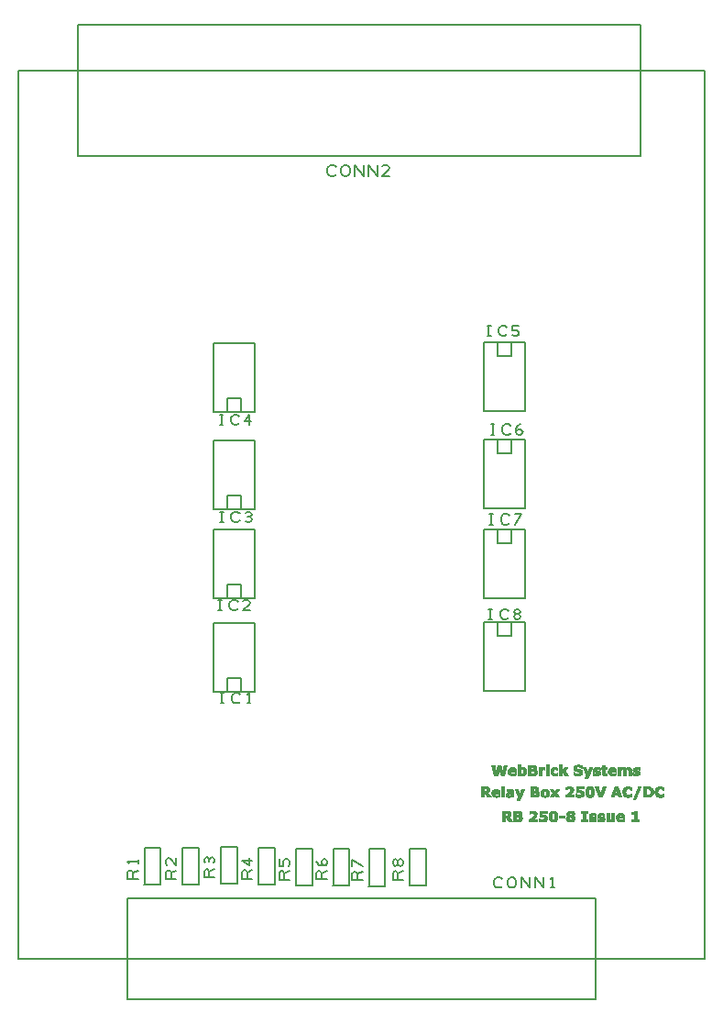
<source format=gbr>
%FSLAX23Y23*%
%MOIN*%
%ADD76C,0.00100*%
%ADD75C,0.00500*%
%ADD77C,0.00787*%
X000Y000D02*
D02*
D75*
X003Y147D02*
X2502D01*
Y3374*
X003*
Y147*
X401Y003D02*
X2105D01*
Y369*
X401*
Y003*
X463Y418D02*
Y551D01*
X522*
Y417*
X462*
X602Y418D02*
Y551D01*
X661*
Y417*
X601*
X742Y423D02*
Y555D01*
X801*
Y422*
X740*
X813Y1119D02*
Y1169D01*
X763*
Y1119*
X813Y1459D02*
Y1509D01*
X763*
Y1459*
X813Y1782D02*
Y1832D01*
X763*
Y1782*
X813Y2135D02*
Y2185D01*
X763*
Y2135*
X863Y1119D02*
Y1369D01*
X713*
Y1119*
X863*
Y1459D02*
Y1709D01*
X713*
Y1459*
X863*
Y1782D02*
Y2032D01*
X713*
Y1782*
X863*
Y2135D02*
Y2385D01*
X713*
Y2135*
X863*
X879Y419D02*
Y552D01*
X938*
Y418*
X878*
X1014Y415D02*
Y548D01*
X1073*
Y414*
X1013*
X1150Y416D02*
Y549D01*
X1209*
Y415*
X1149*
X1280Y414D02*
Y547D01*
X1339*
Y413*
X1279*
X1428Y415D02*
Y548D01*
X1487*
Y414*
X1427*
X1697Y1371D02*
Y1121D01*
X1847*
Y1371*
X1697*
X1698Y1707D02*
Y1457D01*
X1848*
Y1707*
X1698*
Y2387D02*
Y2137D01*
X1848*
Y2387*
X1698*
X1699Y2034D02*
Y1784D01*
X1849*
Y2034*
X1699*
X1747Y1371D02*
Y1321D01*
X1797*
Y1371*
X1748Y1707D02*
Y1657D01*
X1798*
Y1707*
X1748Y2387D02*
Y2337D01*
X1798*
Y2387*
X1749Y2034D02*
Y1984D01*
X1799*
Y2034*
X2268Y3543D02*
X220D01*
Y3065*
X2268*
Y3543*
D02*
D76*
X1709Y763D02*
X1708Y765D01*
X1706Y767*
X1704Y767*
X1701*
X1697*
Y757*
X1700*
X1704*
X1707Y759*
X1708Y761*
X1709Y763*
X1724Y737D02*
X1712D01*
X1702Y750*
X1697*
Y737*
X1687*
Y774*
X1704*
X1709Y774*
X1714Y773*
X1717Y769*
X1719Y767*
Y764*
X1718Y760*
X1717Y757*
X1714Y755*
X1711Y753*
X1724Y737*
X1755Y749D02*
X1735D01*
X1736Y746*
X1738Y744*
X1740Y743*
X1744Y742*
X1750Y743*
X1753Y745*
X1755*
Y738*
X1749Y737*
X1743Y736*
X1736Y737*
X1730Y740*
X1727Y744*
X1726Y751*
X1727Y757*
X1730Y762*
X1735Y765*
X1741Y766*
X1748Y766*
X1752Y762*
X1755Y758*
X1755Y752*
Y749*
X1746Y755D02*
X1744Y759D01*
X1743Y759*
X1741Y760*
X1737Y759*
X1736Y757*
X1735Y755*
X1746*
X1772Y737D02*
X1762D01*
Y776*
X1772*
Y737*
X1796Y744D02*
Y750D01*
X1792Y749*
X1790Y749*
X1788Y747*
X1787Y745*
Y744*
X1788Y743*
X1789Y742*
X1792*
X1794Y743*
X1796Y744*
Y740D02*
X1794Y738D01*
X1792Y737*
X1790Y736*
X1787*
X1784Y737*
X1780Y738*
X1778Y741*
X1778Y745*
X1778Y748*
X1779Y750*
X1783Y753*
X1789Y755*
X1796Y755*
X1795Y757*
X1794Y759*
X1792Y760*
X1789*
X1785Y759*
X1782Y759*
X1781Y758*
X1780*
Y765*
X1782*
X1785Y766*
X1791Y766*
X1798Y766*
X1802Y764*
X1805Y761*
X1806Y756*
Y737*
X1796*
Y740*
X1827Y747D02*
X1834Y766D01*
X1843*
X1828Y726*
X1818*
X1822Y737*
X1811Y766*
X1820*
X1827Y747*
X1899Y748D02*
X1898Y743D01*
X1894Y740*
X1890Y737*
X1887Y737*
X1883*
X1867*
Y774*
X1881*
X1885*
X1888Y774*
X1892Y773*
X1895Y770*
X1896Y766*
X1896Y763*
X1895Y761*
X1893Y759*
X1891Y757*
X1894Y756*
X1897Y754*
X1898Y752*
X1899Y748*
X1886Y764D02*
X1886Y766D01*
X1884Y767*
X1882Y767*
X1880*
X1877*
X1877*
Y759*
X1878*
X1882*
X1884Y760*
X1886Y761*
X1886Y764*
X1889Y749D02*
X1888Y751D01*
X1886Y752*
X1883Y753*
X1879*
X1877*
Y744*
X1877*
X1881*
X1883*
X1886Y744*
X1888Y746*
X1889Y749*
X1935Y751D02*
X1933Y745D01*
X1931Y740*
X1926Y737*
X1920Y736*
X1913Y737*
X1908Y740*
X1905Y745*
X1904Y751*
X1905Y757*
X1908Y762*
X1913Y765*
X1920Y766*
X1926Y765*
X1931Y762*
X1933Y757*
X1935Y751*
X1923Y744D02*
X1925Y747D01*
X1925Y749*
Y751*
X1925Y755*
X1923Y758*
X1921Y759*
X1920Y760*
X1917Y759*
X1915Y758*
X1914Y755*
X1913Y751*
X1914Y747*
X1915Y744*
X1917Y743*
X1920Y742*
X1921Y743*
X1923Y744*
X1972Y737D02*
X1961D01*
X1955Y745*
X1949Y737*
X1938*
X1949Y751*
X1938Y766*
X1949*
X1955Y757*
X1961Y766*
X1972*
X1961Y751*
X1972Y737*
X2025D02*
X1995D01*
Y743*
X2002Y748*
X2005Y750*
X2007Y753*
X2010Y755*
X2012Y758*
X2013Y760*
Y762*
X2012Y764*
X2011Y766*
X2009Y767*
X2007Y767*
X2002Y767*
X1997Y764*
X1996*
Y773*
X1999Y773*
X2001Y774*
X2008Y775*
X2015Y774*
X2019Y772*
X2022Y769*
X2023Y764*
X2022Y761*
X2021Y757*
X2019Y754*
X2016Y750*
X2011Y747*
X2009Y745*
X2008Y744*
X2025*
Y737*
X2061Y749D02*
X2060Y744D01*
X2057Y740*
X2052Y737*
X2044Y736*
X2041*
X2037Y737*
X2034Y737*
X2032Y738*
Y747*
X2033*
X2038Y744*
X2043Y744*
X2047*
X2049Y745*
X2051Y747*
X2051Y749*
X2051Y751*
X2049Y753*
X2046Y754*
X2042Y754*
X2038Y754*
X2034Y753*
X2033*
Y774*
X2060*
Y767*
X2042*
Y761*
X2044*
X2047*
X2052Y761*
X2056Y759*
X2060Y755*
X2061Y752*
Y749*
X2098Y755D02*
X2098Y747D01*
X2097Y744*
X2095Y741*
X2093Y738*
X2090Y737*
X2087Y736*
X2083*
X2079*
X2076Y737*
X2073Y738*
X2071Y741*
X2070Y744*
X2068Y747*
X2068Y751*
Y755*
Y760*
X2068Y764*
X2071Y770*
X2076Y774*
X2083Y775*
X2087Y774*
X2090Y774*
X2095Y770*
X2098Y764*
X2098Y755*
X2088D02*
Y761D01*
X2087Y765*
X2085Y767*
X2083Y768*
X2081Y767*
X2079Y765*
X2078Y761*
X2078Y755*
X2078Y750*
X2079Y746*
X2081Y744*
X2083Y743*
X2085Y744*
X2087Y746*
X2088Y750*
Y755*
X2141Y774D02*
X2127Y737D01*
X2116*
X2102Y774*
X2112*
X2122Y748*
X2131Y774*
X2141*
X2199Y737D02*
X2189D01*
X2186Y744*
X2172*
X2170Y737*
X2160*
X2173Y774*
X2185*
X2199Y737*
X2184Y751D02*
X2179Y764D01*
X2175Y751*
X2184*
X2221Y736D02*
X2213Y737D01*
X2210Y738*
X2207Y741*
X2205Y744*
X2203Y747*
X2202Y751*
X2202Y755*
X2202Y760*
X2203Y764*
X2207Y770*
X2213Y774*
X2217Y774*
X2221Y775*
X2226Y774*
X2229Y774*
X2232Y773*
X2235Y772*
Y762*
X2233*
X2231Y764*
X2229Y766*
X2226Y767*
X2223Y767*
X2219Y767*
X2215Y765*
X2213Y761*
X2212Y755*
X2213Y750*
X2216Y746*
X2219Y744*
X2223Y744*
X2226Y744*
X2230Y745*
X2232Y747*
X2233Y749*
X2235*
Y739*
X2232Y738*
X2229Y737*
X2226Y736*
X2221*
X2269Y776D02*
X2248Y728D01*
X2240*
X2260Y776*
X2269*
X2314Y755D02*
X2313Y750D01*
X2311Y746*
X2309Y742*
X2305Y740*
X2299Y737*
X2296Y737*
X2291*
X2278*
Y774*
X2292*
X2296*
X2300Y774*
X2306Y771*
X2309Y769*
X2311Y765*
X2313Y761*
X2314Y755*
X2304D02*
Y759D01*
X2303Y762*
X2301Y764*
X2298Y766*
X2295Y767*
X2293Y767*
X2291*
X2288*
Y744*
X2291*
X2294*
X2296*
X2299Y745*
X2301Y747*
X2303Y749*
X2304Y752*
Y755*
X2338Y736D02*
X2330Y737D01*
X2327Y738*
X2325Y741*
X2322Y744*
X2320Y747*
X2320Y751*
X2319Y755*
X2320Y760*
X2320Y764*
X2324Y770*
X2330Y774*
X2334Y774*
X2338Y775*
X2343Y774*
X2346Y774*
X2349Y773*
X2352Y772*
Y762*
X2350*
X2349Y764*
X2346Y766*
X2344Y767*
X2340Y767*
X2336Y767*
X2332Y765*
X2330Y761*
X2329Y755*
X2330Y750*
X2333Y746*
X2336Y744*
X2340Y744*
X2344Y744*
X2347Y745*
X2349Y747*
X2350Y749*
X2352*
Y739*
X2349Y738*
X2346Y737*
X2343Y736*
X2338*
X1818Y726D02*
X1828D01*
X1818Y727D02*
X1828D01*
X1818Y728D02*
X1828D01*
X1819Y729D02*
X1829D01*
X2240D02*
X2249D01*
X1819Y730D02*
X1829D01*
X2241D02*
X2249D01*
X1819Y731D02*
X1829D01*
X2241D02*
X2249D01*
X1820Y732D02*
X1830D01*
X2242D02*
X2250D01*
X1820Y732D02*
X1830D01*
X2242D02*
X2250D01*
X1821Y733D02*
X1831D01*
X2242D02*
X2250D01*
X1821Y734D02*
X1831D01*
X2243D02*
X2251D01*
X1821Y735D02*
X1831D01*
X2243D02*
X2251D01*
X1740Y736D02*
X1745D01*
X1786D02*
X1790D01*
X1822D02*
X1832D01*
X1918D02*
X1921D01*
X2039D02*
X2047D01*
X2078D02*
X2088D01*
X2220D02*
X2226D01*
X2243D02*
X2252D01*
X2337D02*
X2343D01*
X1687Y737D02*
X1697D01*
X1711D02*
X1723D01*
X1735D02*
X1750D01*
X1762D02*
X1772D01*
X1783D02*
X1792D01*
X1796D02*
X1806D01*
X1822D02*
X1832D01*
X1867D02*
X1890D01*
X1913D02*
X1925D01*
X1938D02*
X1949D01*
X1961D02*
X1971D01*
X1995D02*
X2025D01*
X2035D02*
X2053D01*
X2076D02*
X2090D01*
X2116D02*
X2127D01*
X2160D02*
X2170D01*
X2188D02*
X2198D01*
X2214D02*
X2229D01*
X2244D02*
X2252D01*
X2278D02*
X2299D01*
X2331D02*
X2346D01*
X1687Y738D02*
X1697D01*
X1711D02*
X1723D01*
X1733D02*
X1753D01*
X1762D02*
X1772D01*
X1781D02*
X1794D01*
X1796D02*
X1806D01*
X1821D02*
X1832D01*
X1867D02*
X1891D01*
X1911D02*
X1928D01*
X1939D02*
X1950D01*
X1960D02*
X1971D01*
X1995D02*
X2025D01*
X2033D02*
X2054D01*
X2074D02*
X2092D01*
X2116D02*
X2127D01*
X2160D02*
X2170D01*
X2188D02*
X2198D01*
X2211D02*
X2232D01*
X2244D02*
X2252D01*
X2278D02*
X2301D01*
X2328D02*
X2350D01*
X1687Y739D02*
X1697D01*
X1710D02*
X1722D01*
X1731D02*
X1755D01*
X1762D02*
X1772D01*
X1780D02*
X1795D01*
X1796D02*
X1806D01*
X1821D02*
X1833D01*
X1867D02*
X1893D01*
X1909D02*
X1929D01*
X1940D02*
X1950D01*
X1959D02*
X1970D01*
X1995D02*
X2025D01*
X2032D02*
X2056D01*
X2073D02*
X2093D01*
X2115D02*
X2128D01*
X2160D02*
X2170D01*
X2188D02*
X2198D01*
X2209D02*
X2234D01*
X2245D02*
X2253D01*
X2278D02*
X2303D01*
X2327D02*
X2351D01*
X1687Y740D02*
X1697D01*
X1709D02*
X1721D01*
X1730D02*
X1755D01*
X1762D02*
X1772D01*
X1779D02*
X1806D01*
X1821D02*
X1833D01*
X1867D02*
X1895D01*
X1908D02*
X1931D01*
X1940D02*
X1951D01*
X1959D02*
X1969D01*
X1995D02*
X2025D01*
X2032D02*
X2057D01*
X2072D02*
X2094D01*
X2115D02*
X2128D01*
X2161D02*
X2171D01*
X2187D02*
X2197D01*
X2209D02*
X2235D01*
X2245D02*
X2253D01*
X2278D02*
X2305D01*
X2326D02*
X2352D01*
X1687Y741D02*
X1697D01*
X1709D02*
X1720D01*
X1729D02*
X1755D01*
X1762D02*
X1772D01*
X1779D02*
X1806D01*
X1820D02*
X1834D01*
X1867D02*
X1896D01*
X1907D02*
X1931D01*
X1941D02*
X1952D01*
X1958D02*
X1969D01*
X1995D02*
X2025D01*
X2032D02*
X2058D01*
X2071D02*
X2095D01*
X2115D02*
X2128D01*
X2161D02*
X2171D01*
X2187D02*
X2197D01*
X2208D02*
X2235D01*
X2245D02*
X2254D01*
X2278D02*
X2307D01*
X2325D02*
X2352D01*
X1687Y742D02*
X1697D01*
X1708D02*
X1720D01*
X1728D02*
X1755D01*
X1762D02*
X1772D01*
X1778D02*
X1806D01*
X1820D02*
X1834D01*
X1867D02*
X1896D01*
X1907D02*
X1932D01*
X1942D02*
X1952D01*
X1957D02*
X1968D01*
X1995D02*
X2025D01*
X2032D02*
X2058D01*
X2071D02*
X2095D01*
X2114D02*
X2129D01*
X2161D02*
X2171D01*
X2187D02*
X2197D01*
X2207D02*
X2235D01*
X2246D02*
X2254D01*
X2278D02*
X2308D01*
X2324D02*
X2352D01*
X1687Y743D02*
X1697D01*
X1707D02*
X1719D01*
X1728D02*
X1741D01*
X1748D02*
X1755D01*
X1762D02*
X1772D01*
X1778D02*
X1788D01*
X1794D02*
X1806D01*
X1820D02*
X1834D01*
X1867D02*
X1897D01*
X1906D02*
X1918D01*
X1921D02*
X1932D01*
X1943D02*
X1953D01*
X1957D02*
X1967D01*
X1995D02*
X2025D01*
X2032D02*
X2059D01*
X2070D02*
X2096D01*
X2114D02*
X2129D01*
X2162D02*
X2172D01*
X2187D02*
X2196D01*
X2206D02*
X2235D01*
X2246D02*
X2254D01*
X2278D02*
X2309D01*
X2323D02*
X2352D01*
X1687Y744D02*
X1697D01*
X1707D02*
X1718D01*
X1727D02*
X1738D01*
X1751D02*
X1755D01*
X1762D02*
X1772D01*
X1778D02*
X1788D01*
X1795D02*
X1806D01*
X1819D02*
X1835D01*
X1867D02*
X1877D01*
X1884D02*
X1898D01*
X1906D02*
X1916D01*
X1923D02*
X1933D01*
X1943D02*
X1954D01*
X1956D02*
X1966D01*
X1996D02*
X2025D01*
X2032D02*
X2042D01*
X2047D02*
X2060D01*
X2069D02*
X2081D01*
X2085D02*
X2097D01*
X2114D02*
X2129D01*
X2162D02*
X2172D01*
X2186D02*
X2196D01*
X2205D02*
X2222D01*
X2224D02*
X2235D01*
X2247D02*
X2255D01*
X2278D02*
X2288D01*
X2296D02*
X2310D01*
X2322D02*
X2339D01*
X2341D02*
X2352D01*
X1687Y745D02*
X1697D01*
X1706D02*
X1718D01*
X1727D02*
X1737D01*
X1752D02*
X1755D01*
X1762D02*
X1772D01*
X1778D02*
X1787D01*
X1796D02*
X1806D01*
X1819D02*
X1835D01*
X1867D02*
X1877D01*
X1887D02*
X1898D01*
X1905D02*
X1915D01*
X1924D02*
X1933D01*
X1944D02*
X1954D01*
X1955D02*
X1966D01*
X1998D02*
X2009D01*
X2032D02*
X2037D01*
X2048D02*
X2060D01*
X2069D02*
X2080D01*
X2086D02*
X2097D01*
X2113D02*
X2130D01*
X2163D02*
X2196D01*
X2204D02*
X2218D01*
X2228D02*
X2235D01*
X2247D02*
X2255D01*
X2278D02*
X2288D01*
X2298D02*
X2310D01*
X2321D02*
X2335D01*
X2345D02*
X2352D01*
X1687Y746D02*
X1697D01*
X1705D02*
X1717D01*
X1727D02*
X1736D01*
X1762D02*
X1772D01*
X1778D02*
X1787D01*
X1796D02*
X1806D01*
X1818D02*
X1835D01*
X1867D02*
X1877D01*
X1888D02*
X1898D01*
X1905D02*
X1914D01*
X1924D02*
X1934D01*
X1945D02*
X1965D01*
X1999D02*
X2010D01*
X2032D02*
X2035D01*
X2049D02*
X2060D01*
X2069D02*
X2079D01*
X2087D02*
X2097D01*
X2113D02*
X2130D01*
X2163D02*
X2195D01*
X2204D02*
X2216D01*
X2230D02*
X2235D01*
X2247D02*
X2256D01*
X2278D02*
X2288D01*
X2300D02*
X2311D01*
X2321D02*
X2334D01*
X2347D02*
X2352D01*
X1687Y747D02*
X1697D01*
X1705D02*
X1716D01*
X1726D02*
X1736D01*
X1762D02*
X1772D01*
X1778D02*
X1788D01*
X1796D02*
X1806D01*
X1818D02*
X1836D01*
X1867D02*
X1877D01*
X1888D02*
X1898D01*
X1905D02*
X1914D01*
X1925D02*
X1934D01*
X1946D02*
X1964D01*
X2000D02*
X2011D01*
X2032D02*
X2033D01*
X2050D02*
X2061D01*
X2069D02*
X2079D01*
X2087D02*
X2098D01*
X2112D02*
X2130D01*
X2163D02*
X2195D01*
X2203D02*
X2215D01*
X2231D02*
X2235D01*
X2248D02*
X2256D01*
X2278D02*
X2288D01*
X2301D02*
X2312D01*
X2320D02*
X2333D01*
X2348D02*
X2352D01*
X1687Y747D02*
X1697D01*
X1704D02*
X1715D01*
X1726D02*
X1735D01*
X1762D02*
X1772D01*
X1778D02*
X1788D01*
X1796D02*
X1806D01*
X1818D02*
X1827D01*
X1827D02*
X1836D01*
X1867D02*
X1877D01*
X1888D02*
X1899D01*
X1905D02*
X1914D01*
X1925D02*
X1934D01*
X1946D02*
X1963D01*
X2001D02*
X2012D01*
X2051D02*
X2061D01*
X2068D02*
X2079D01*
X2088D02*
X2098D01*
X2112D02*
X2131D01*
X2164D02*
X2195D01*
X2203D02*
X2215D01*
X2232D02*
X2235D01*
X2248D02*
X2256D01*
X2278D02*
X2288D01*
X2302D02*
X2312D01*
X2320D02*
X2332D01*
X2349D02*
X2352D01*
X1687Y748D02*
X1697D01*
X1703D02*
X1715D01*
X1726D02*
X1735D01*
X1762D02*
X1772D01*
X1779D02*
X1790D01*
X1796D02*
X1806D01*
X1817D02*
X1826D01*
X1828D02*
X1837D01*
X1867D02*
X1877D01*
X1889D02*
X1899D01*
X1904D02*
X1914D01*
X1925D02*
X1934D01*
X1947D02*
X1963D01*
X2003D02*
X2013D01*
X2051D02*
X2061D01*
X2068D02*
X2079D01*
X2088D02*
X2098D01*
X2112D02*
X2122D01*
X2122D02*
X2131D01*
X2164D02*
X2194D01*
X2203D02*
X2214D01*
X2233D02*
X2235D01*
X2249D02*
X2257D01*
X2278D02*
X2288D01*
X2302D02*
X2312D01*
X2320D02*
X2331D01*
X2350D02*
X2352D01*
X1687Y749D02*
X1697D01*
X1702D02*
X1714D01*
X1726D02*
X1755D01*
X1762D02*
X1772D01*
X1779D02*
X1793D01*
X1796D02*
X1806D01*
X1817D02*
X1826D01*
X1828D02*
X1837D01*
X1867D02*
X1877D01*
X1889D02*
X1899D01*
X1904D02*
X1914D01*
X1925D02*
X1934D01*
X1948D02*
X1962D01*
X2003D02*
X2014D01*
X2051D02*
X2061D01*
X2068D02*
X2078D01*
X2088D02*
X2098D01*
X2111D02*
X2121D01*
X2122D02*
X2131D01*
X2164D02*
X2194D01*
X2203D02*
X2213D01*
X2249D02*
X2257D01*
X2278D02*
X2288D01*
X2303D02*
X2313D01*
X2320D02*
X2331D01*
X1687Y750D02*
X1697D01*
X1702D02*
X1713D01*
X1726D02*
X1755D01*
X1762D02*
X1772D01*
X1780D02*
X1806D01*
X1817D02*
X1826D01*
X1828D02*
X1837D01*
X1867D02*
X1877D01*
X1888D02*
X1898D01*
X1904D02*
X1913D01*
X1925D02*
X1935D01*
X1949D02*
X1961D01*
X2004D02*
X2016D01*
X2051D02*
X2061D01*
X2068D02*
X2078D01*
X2088D02*
X2098D01*
X2111D02*
X2121D01*
X2123D02*
X2132D01*
X2165D02*
X2194D01*
X2203D02*
X2213D01*
X2249D02*
X2258D01*
X2278D02*
X2288D01*
X2303D02*
X2313D01*
X2320D02*
X2330D01*
X1687Y751D02*
X1712D01*
X1726D02*
X1755D01*
X1762D02*
X1772D01*
X1781D02*
X1806D01*
X1816D02*
X1825D01*
X1829D02*
X1838D01*
X1867D02*
X1877D01*
X1888D02*
X1898D01*
X1904D02*
X1913D01*
X1925D02*
X1935D01*
X1949D02*
X1961D01*
X2005D02*
X2017D01*
X2051D02*
X2061D01*
X2068D02*
X2078D01*
X2088D02*
X2098D01*
X2111D02*
X2121D01*
X2123D02*
X2132D01*
X2165D02*
X2175D01*
X2183D02*
X2193D01*
X2202D02*
X2213D01*
X2250D02*
X2258D01*
X2278D02*
X2288D01*
X2304D02*
X2313D01*
X2320D02*
X2330D01*
X1687Y752D02*
X1712D01*
X1726D02*
X1755D01*
X1762D02*
X1772D01*
X1782D02*
X1806D01*
X1816D02*
X1825D01*
X1829D02*
X1838D01*
X1867D02*
X1877D01*
X1886D02*
X1898D01*
X1904D02*
X1913D01*
X1925D02*
X1934D01*
X1948D02*
X1961D01*
X2006D02*
X2018D01*
X2050D02*
X2061D01*
X2068D02*
X2078D01*
X2088D02*
X2098D01*
X2110D02*
X2120D01*
X2123D02*
X2133D01*
X2165D02*
X2175D01*
X2183D02*
X2193D01*
X2202D02*
X2213D01*
X2250D02*
X2258D01*
X2278D02*
X2288D01*
X2304D02*
X2313D01*
X2319D02*
X2330D01*
X1687Y753D02*
X1711D01*
X1726D02*
X1755D01*
X1762D02*
X1772D01*
X1783D02*
X1806D01*
X1816D02*
X1825D01*
X1829D02*
X1838D01*
X1867D02*
X1897D01*
X1904D02*
X1914D01*
X1925D02*
X1934D01*
X1948D02*
X1962D01*
X2007D02*
X2019D01*
X2033D02*
X2035D01*
X2049D02*
X2061D01*
X2068D02*
X2078D01*
X2088D02*
X2098D01*
X2110D02*
X2120D01*
X2123D02*
X2133D01*
X2166D02*
X2175D01*
X2183D02*
X2193D01*
X2202D02*
X2212D01*
X2251D02*
X2259D01*
X2278D02*
X2288D01*
X2304D02*
X2314D01*
X2319D02*
X2330D01*
X1687Y754D02*
X1713D01*
X1726D02*
X1755D01*
X1762D02*
X1772D01*
X1786D02*
X1806D01*
X1815D02*
X1824D01*
X1830D02*
X1839D01*
X1867D02*
X1897D01*
X1904D02*
X1914D01*
X1925D02*
X1934D01*
X1947D02*
X1963D01*
X2008D02*
X2019D01*
X2033D02*
X2041D01*
X2044D02*
X2060D01*
X2068D02*
X2078D01*
X2088D02*
X2098D01*
X2110D02*
X2120D01*
X2124D02*
X2133D01*
X2166D02*
X2176D01*
X2183D02*
X2192D01*
X2202D02*
X2212D01*
X2251D02*
X2259D01*
X2278D02*
X2288D01*
X2304D02*
X2314D01*
X2319D02*
X2329D01*
X1687Y755D02*
X1714D01*
X1726D02*
X1735D01*
X1746D02*
X1755D01*
X1762D02*
X1772D01*
X1789D02*
X1806D01*
X1815D02*
X1824D01*
X1830D02*
X1839D01*
X1867D02*
X1896D01*
X1905D02*
X1914D01*
X1925D02*
X1934D01*
X1946D02*
X1964D01*
X2009D02*
X2020D01*
X2033D02*
X2060D01*
X2068D02*
X2078D01*
X2088D02*
X2098D01*
X2109D02*
X2119D01*
X2124D02*
X2134D01*
X2166D02*
X2176D01*
X2182D02*
X2192D01*
X2202D02*
X2212D01*
X2251D02*
X2260D01*
X2278D02*
X2288D01*
X2304D02*
X2314D01*
X2319D02*
X2329D01*
X1687Y756D02*
X1715D01*
X1727D02*
X1735D01*
X1745D02*
X1755D01*
X1762D02*
X1772D01*
X1796D02*
X1806D01*
X1814D02*
X1824D01*
X1830D02*
X1840D01*
X1867D02*
X1895D01*
X1905D02*
X1914D01*
X1924D02*
X1934D01*
X1945D02*
X1964D01*
X2010D02*
X2020D01*
X2033D02*
X2059D01*
X2068D02*
X2078D01*
X2088D02*
X2098D01*
X2109D02*
X2119D01*
X2124D02*
X2134D01*
X2167D02*
X2176D01*
X2182D02*
X2192D01*
X2202D02*
X2212D01*
X2252D02*
X2260D01*
X2278D02*
X2288D01*
X2304D02*
X2314D01*
X2319D02*
X2329D01*
X1687Y757D02*
X1716D01*
X1727D02*
X1736D01*
X1745D02*
X1755D01*
X1762D02*
X1772D01*
X1796D02*
X1805D01*
X1814D02*
X1823D01*
X1831D02*
X1840D01*
X1867D02*
X1892D01*
X1905D02*
X1915D01*
X1924D02*
X1934D01*
X1945D02*
X1955D01*
X1955D02*
X1965D01*
X2011D02*
X2021D01*
X2033D02*
X2058D01*
X2068D02*
X2078D01*
X2088D02*
X2098D01*
X2109D02*
X2119D01*
X2125D02*
X2134D01*
X2167D02*
X2177D01*
X2182D02*
X2191D01*
X2202D02*
X2212D01*
X2252D02*
X2260D01*
X2278D02*
X2288D01*
X2304D02*
X2314D01*
X2319D02*
X2329D01*
X1687Y758D02*
X1697D01*
X1705D02*
X1717D01*
X1727D02*
X1736D01*
X1745D02*
X1755D01*
X1762D02*
X1772D01*
X1795D02*
X1805D01*
X1814D02*
X1823D01*
X1831D02*
X1840D01*
X1867D02*
X1891D01*
X1905D02*
X1915D01*
X1923D02*
X1933D01*
X1944D02*
X1954D01*
X1956D02*
X1966D01*
X2011D02*
X2021D01*
X2033D02*
X2057D01*
X2068D02*
X2078D01*
X2088D02*
X2098D01*
X2108D02*
X2118D01*
X2125D02*
X2135D01*
X2167D02*
X2177D01*
X2181D02*
X2191D01*
X2202D02*
X2212D01*
X2253D02*
X2261D01*
X2278D02*
X2288D01*
X2304D02*
X2314D01*
X2319D02*
X2330D01*
X1687Y759D02*
X1697D01*
X1707D02*
X1717D01*
X1728D02*
X1737D01*
X1744D02*
X1754D01*
X1762D02*
X1772D01*
X1780D02*
X1782D01*
X1794D02*
X1805D01*
X1813D02*
X1823D01*
X1831D02*
X1841D01*
X1867D02*
X1893D01*
X1906D02*
X1916D01*
X1922D02*
X1933D01*
X1943D02*
X1953D01*
X1956D02*
X1966D01*
X2012D02*
X2022D01*
X2033D02*
X2056D01*
X2068D02*
X2078D01*
X2088D02*
X2098D01*
X2108D02*
X2118D01*
X2125D02*
X2135D01*
X2168D02*
X2177D01*
X2181D02*
X2191D01*
X2202D02*
X2213D01*
X2253D02*
X2261D01*
X2278D02*
X2288D01*
X2304D02*
X2314D01*
X2319D02*
X2330D01*
X1687Y760D02*
X1697D01*
X1707D02*
X1718D01*
X1728D02*
X1740D01*
X1742D02*
X1754D01*
X1762D02*
X1772D01*
X1780D02*
X1787D01*
X1793D02*
X1805D01*
X1813D02*
X1822D01*
X1832D02*
X1841D01*
X1867D02*
X1877D01*
X1883D02*
X1894D01*
X1906D02*
X1918D01*
X1920D02*
X1932D01*
X1943D02*
X1953D01*
X1957D02*
X1967D01*
X2013D02*
X2022D01*
X2033D02*
X2054D01*
X2068D02*
X2078D01*
X2088D02*
X2098D01*
X2108D02*
X2118D01*
X2126D02*
X2135D01*
X2168D02*
X2178D01*
X2181D02*
X2190D01*
X2202D02*
X2213D01*
X2253D02*
X2262D01*
X2278D02*
X2288D01*
X2303D02*
X2313D01*
X2320D02*
X2330D01*
X1687Y761D02*
X1697D01*
X1708D02*
X1718D01*
X1729D02*
X1753D01*
X1762D02*
X1772D01*
X1780D02*
X1805D01*
X1813D02*
X1822D01*
X1832D02*
X1841D01*
X1867D02*
X1877D01*
X1885D02*
X1895D01*
X1907D02*
X1932D01*
X1942D02*
X1952D01*
X1958D02*
X1968D01*
X2013D02*
X2022D01*
X2033D02*
X2052D01*
X2068D02*
X2078D01*
X2088D02*
X2098D01*
X2107D02*
X2117D01*
X2126D02*
X2136D01*
X2168D02*
X2178D01*
X2180D02*
X2190D01*
X2203D02*
X2213D01*
X2254D02*
X2262D01*
X2278D02*
X2288D01*
X2303D02*
X2313D01*
X2320D02*
X2330D01*
X1687Y761D02*
X1697D01*
X1708D02*
X1718D01*
X1730D02*
X1753D01*
X1762D02*
X1772D01*
X1780D02*
X1804D01*
X1812D02*
X1822D01*
X1832D02*
X1842D01*
X1867D02*
X1877D01*
X1886D02*
X1895D01*
X1908D02*
X1931D01*
X1941D02*
X1951D01*
X1958D02*
X1969D01*
X2013D02*
X2022D01*
X2033D02*
X2042D01*
X2068D02*
X2078D01*
X2088D02*
X2098D01*
X2107D02*
X2117D01*
X2126D02*
X2136D01*
X2169D02*
X2178D01*
X2180D02*
X2190D01*
X2203D02*
X2213D01*
X2254D02*
X2262D01*
X2278D02*
X2288D01*
X2303D02*
X2313D01*
X2320D02*
X2330D01*
X1687Y762D02*
X1697D01*
X1708D02*
X1718D01*
X1731D02*
X1752D01*
X1762D02*
X1772D01*
X1780D02*
X1803D01*
X1812D02*
X1821D01*
X1833D02*
X1842D01*
X1867D02*
X1877D01*
X1886D02*
X1895D01*
X1908D02*
X1930D01*
X1940D02*
X1951D01*
X1959D02*
X1969D01*
X2013D02*
X2023D01*
X2033D02*
X2042D01*
X2068D02*
X2079D01*
X2088D02*
X2098D01*
X2107D02*
X2117D01*
X2127D02*
X2136D01*
X2169D02*
X2178D01*
X2180D02*
X2189D01*
X2203D02*
X2214D01*
X2233D02*
X2235D01*
X2255D02*
X2263D01*
X2278D02*
X2288D01*
X2302D02*
X2312D01*
X2320D02*
X2331D01*
X2350D02*
X2352D01*
X1687Y763D02*
X1697D01*
X1708D02*
X1719D01*
X1732D02*
X1751D01*
X1762D02*
X1772D01*
X1780D02*
X1803D01*
X1811D02*
X1821D01*
X1833D02*
X1842D01*
X1867D02*
X1877D01*
X1886D02*
X1896D01*
X1910D02*
X1928D01*
X1940D02*
X1950D01*
X1960D02*
X1970D01*
X2012D02*
X2023D01*
X2033D02*
X2042D01*
X2068D02*
X2079D01*
X2088D02*
X2098D01*
X2106D02*
X2116D01*
X2127D02*
X2137D01*
X2169D02*
X2179D01*
X2179D02*
X2189D01*
X2203D02*
X2214D01*
X2232D02*
X2235D01*
X2255D02*
X2263D01*
X2278D02*
X2288D01*
X2301D02*
X2312D01*
X2320D02*
X2331D01*
X2349D02*
X2352D01*
X1687Y764D02*
X1697D01*
X1708D02*
X1719D01*
X1734D02*
X1749D01*
X1762D02*
X1772D01*
X1780D02*
X1801D01*
X1811D02*
X1821D01*
X1833D02*
X1843D01*
X1867D02*
X1877D01*
X1886D02*
X1896D01*
X1912D02*
X1927D01*
X1939D02*
X1949D01*
X1960D02*
X1971D01*
X1996D02*
X1997D01*
X2012D02*
X2023D01*
X2033D02*
X2042D01*
X2069D02*
X2079D01*
X2087D02*
X2098D01*
X2106D02*
X2116D01*
X2127D02*
X2137D01*
X2170D02*
X2188D01*
X2203D02*
X2215D01*
X2231D02*
X2235D01*
X2255D02*
X2264D01*
X2278D02*
X2288D01*
X2301D02*
X2312D01*
X2321D02*
X2332D01*
X2348D02*
X2352D01*
X1687Y765D02*
X1697D01*
X1708D02*
X1719D01*
X1737D02*
X1748D01*
X1762D02*
X1772D01*
X1783D02*
X1799D01*
X1811D02*
X1820D01*
X1834D02*
X1843D01*
X1867D02*
X1877D01*
X1886D02*
X1896D01*
X1914D02*
X1924D01*
X1938D02*
X1949D01*
X1961D02*
X1972D01*
X1996D02*
X1999D01*
X2012D02*
X2023D01*
X2033D02*
X2042D01*
X2069D02*
X2079D01*
X2087D02*
X2097D01*
X2106D02*
X2116D01*
X2128D02*
X2137D01*
X2170D02*
X2188D01*
X2204D02*
X2216D01*
X2229D02*
X2235D01*
X2256D02*
X2264D01*
X2278D02*
X2288D01*
X2299D02*
X2311D01*
X2321D02*
X2333D01*
X2346D02*
X2352D01*
X1687Y766D02*
X1697D01*
X1707D02*
X1719D01*
X1741D02*
X1742D01*
X1762D02*
X1772D01*
X1791D02*
X1791D01*
X1867D02*
X1877D01*
X1885D02*
X1896D01*
X1919D02*
X1920D01*
X1996D02*
X2001D01*
X2011D02*
X2023D01*
X2033D02*
X2042D01*
X2069D02*
X2080D01*
X2086D02*
X2097D01*
X2105D02*
X2115D01*
X2128D02*
X2138D01*
X2170D02*
X2188D01*
X2205D02*
X2217D01*
X2228D02*
X2235D01*
X2256D02*
X2264D01*
X2278D02*
X2288D01*
X2298D02*
X2311D01*
X2322D02*
X2335D01*
X2345D02*
X2352D01*
X1687Y767D02*
X1697D01*
X1705D02*
X1718D01*
X1762D02*
X1772D01*
X1867D02*
X1877D01*
X1883D02*
X1896D01*
X1996D02*
X2004D01*
X2008D02*
X2022D01*
X2033D02*
X2060D01*
X2070D02*
X2081D01*
X2086D02*
X2096D01*
X2105D02*
X2115D01*
X2128D02*
X2138D01*
X2171D02*
X2187D01*
X2205D02*
X2220D01*
X2225D02*
X2235D01*
X2257D02*
X2265D01*
X2278D02*
X2288D01*
X2294D02*
X2310D01*
X2322D02*
X2338D01*
X2342D02*
X2352D01*
X1687Y768D02*
X1718D01*
X1762D02*
X1772D01*
X1867D02*
X1896D01*
X1996D02*
X2022D01*
X2033D02*
X2060D01*
X2070D02*
X2083D01*
X2083D02*
X2096D01*
X2105D02*
X2115D01*
X2128D02*
X2138D01*
X2171D02*
X2187D01*
X2206D02*
X2235D01*
X2257D02*
X2265D01*
X2278D02*
X2309D01*
X2323D02*
X2352D01*
X1687Y769D02*
X1717D01*
X1762D02*
X1772D01*
X1867D02*
X1895D01*
X1996D02*
X2022D01*
X2033D02*
X2060D01*
X2071D02*
X2095D01*
X2104D02*
X2114D01*
X2129D02*
X2139D01*
X2171D02*
X2187D01*
X2206D02*
X2235D01*
X2257D02*
X2265D01*
X2278D02*
X2309D01*
X2323D02*
X2352D01*
X1687Y770D02*
X1716D01*
X1762D02*
X1772D01*
X1867D02*
X1895D01*
X1996D02*
X2021D01*
X2033D02*
X2060D01*
X2071D02*
X2095D01*
X2104D02*
X2114D01*
X2129D02*
X2139D01*
X2172D02*
X2186D01*
X2207D02*
X2235D01*
X2258D02*
X2266D01*
X2278D02*
X2307D01*
X2324D02*
X2352D01*
X1687Y771D02*
X1716D01*
X1762D02*
X1772D01*
X1867D02*
X1894D01*
X1996D02*
X2020D01*
X2033D02*
X2060D01*
X2072D02*
X2094D01*
X2104D02*
X2114D01*
X2129D02*
X2139D01*
X2172D02*
X2186D01*
X2208D02*
X2235D01*
X2258D02*
X2266D01*
X2278D02*
X2306D01*
X2325D02*
X2352D01*
X1687Y772D02*
X1715D01*
X1762D02*
X1772D01*
X1867D02*
X1893D01*
X1996D02*
X2019D01*
X2033D02*
X2060D01*
X2074D02*
X2093D01*
X2103D02*
X2113D01*
X2130D02*
X2140D01*
X2172D02*
X2186D01*
X2210D02*
X2235D01*
X2258D02*
X2267D01*
X2278D02*
X2304D01*
X2327D02*
X2352D01*
X1687Y773D02*
X1713D01*
X1762D02*
X1772D01*
X1867D02*
X1891D01*
X1997D02*
X2018D01*
X2033D02*
X2060D01*
X2075D02*
X2091D01*
X2103D02*
X2113D01*
X2130D02*
X2140D01*
X2173D02*
X2185D01*
X2211D02*
X2233D01*
X2259D02*
X2267D01*
X2278D02*
X2302D01*
X2329D02*
X2350D01*
X1687Y774D02*
X1710D01*
X1762D02*
X1772D01*
X1867D02*
X1888D01*
X2000D02*
X2016D01*
X2033D02*
X2060D01*
X2076D02*
X2090D01*
X2103D02*
X2113D01*
X2130D02*
X2140D01*
X2173D02*
X2185D01*
X2213D02*
X2229D01*
X2259D02*
X2267D01*
X2278D02*
X2300D01*
X2330D02*
X2346D01*
X1762Y775D02*
X1772D01*
X2004D02*
X2012D01*
X2081D02*
X2086D01*
X2218D02*
X2224D01*
X2260D02*
X2268D01*
X2336D02*
X2341D01*
X1762Y776D02*
X1772D01*
X2260D02*
X2268D01*
X1781Y853D02*
X1771Y815D01*
X1760*
X1753Y840*
X1747Y815*
X1735*
X1725Y853*
X1736*
X1742Y827*
X1749Y853*
X1758*
X1765Y827*
X1771Y853*
X1781*
X1815Y828D02*
X1795D01*
X1795Y825*
X1797Y823*
X1800Y822*
X1803Y821*
X1809Y822*
X1813Y824*
X1814*
Y817*
X1808Y815*
X1803Y815*
X1795Y815*
X1790Y818*
X1786Y823*
X1785Y830*
X1786Y836*
X1790Y841*
X1795Y844*
X1801Y845*
X1807Y844*
X1812Y841*
X1814Y837*
X1815Y831*
Y828*
X1805Y834D02*
X1804Y837D01*
X1803Y838*
X1800Y839*
X1797Y837*
X1795Y836*
X1795Y834*
X1805*
X1851Y830D02*
X1851Y824D01*
X1848Y819*
X1844Y816*
X1839Y815*
X1834Y815*
X1831Y817*
X1831Y815*
X1822*
Y855*
X1831*
Y841*
X1836Y844*
X1841Y845*
X1845Y844*
X1849Y841*
X1851Y836*
X1851Y830*
X1842D02*
Y833D01*
X1841Y836*
X1839Y837*
X1836Y838*
X1834Y837*
X1831Y836*
Y822*
X1833Y821*
X1835*
X1838Y822*
X1840Y823*
X1841Y826*
X1842Y830*
X1891Y827D02*
X1890Y822D01*
X1887Y818*
X1882Y816*
X1879Y815*
X1875*
X1859*
Y853*
X1873*
X1877*
X1880Y853*
X1884Y851*
X1887Y849*
X1888Y844*
X1888Y842*
X1887Y839*
X1885Y837*
X1883Y836*
X1887Y835*
X1889Y833*
X1890Y830*
X1891Y827*
X1878Y842D02*
X1878Y844D01*
X1877Y846*
X1874Y846*
X1872*
X1870*
X1869*
Y838*
X1870*
X1874*
X1877Y839*
X1878Y840*
X1878Y842*
X1881Y827D02*
X1880Y830D01*
X1878Y831*
X1875Y832*
X1871*
X1869*
Y822*
X1870*
X1873*
X1875*
X1878Y823*
X1880Y825*
X1881Y827*
X1919Y836D02*
X1918D01*
X1916Y837*
X1914*
X1911Y836*
X1907Y836*
Y815*
X1898*
Y844*
X1907*
Y840*
X1910Y842*
X1912Y844*
X1917Y844*
X1917*
X1919*
Y836*
X1933Y815D02*
X1924D01*
Y844*
X1933*
Y815*
Y848D02*
X1924D01*
Y855*
X1933*
Y848*
X1957Y815D02*
X1950Y815D01*
X1944Y818*
X1941Y823*
X1940Y826*
X1940Y830*
X1940Y834*
X1941Y837*
X1945Y841*
X1950Y844*
X1956Y845*
X1962Y844*
X1966Y842*
Y835*
X1965*
X1963Y836*
X1962Y837*
X1959Y837*
X1957Y838*
X1953Y837*
X1951Y836*
X1950Y833*
X1949Y830*
X1950Y826*
X1951Y824*
X1953Y822*
X1957Y822*
X1960*
X1962Y823*
X1963Y824*
X1965Y825*
X1966*
Y817*
X1962Y815*
X1957Y815*
X2003Y815D02*
X1992D01*
X1984Y828*
X1982Y825*
Y815*
X1972*
Y855*
X1982*
Y832*
X1992Y844*
X2002*
X1992Y832*
X2003Y815*
X2056Y827D02*
X2055Y822D01*
X2051Y818*
X2045Y815*
X2038Y815*
X2034*
X2030Y815*
X2023Y818*
Y827*
X2025*
X2031Y823*
X2035Y822*
X2038*
X2041*
X2043Y822*
X2045Y824*
X2046Y825*
X2045Y827*
X2042Y829*
X2037Y830*
X2033Y831*
X2028Y833*
X2025Y836*
X2024Y838*
X2023Y842*
X2025Y847*
X2028Y851*
X2034Y853*
X2041Y854*
X2048Y853*
X2055Y851*
Y842*
X2054*
X2048Y846*
X2041Y847*
X2038*
X2036Y846*
X2034Y845*
X2033Y843*
X2035Y841*
X2037Y840*
X2039Y839*
X2043Y839*
X2047Y837*
X2051Y836*
X2054Y834*
X2055Y830*
X2056Y827*
X2075Y825D02*
X2082Y844D01*
X2091*
X2076Y805*
X2065*
X2070Y815*
X2059Y844*
X2068*
X2075Y825*
X2121Y825D02*
X2120Y820D01*
X2117Y817*
X2112Y815*
X2106Y815*
X2100Y815*
X2096Y816*
X2094Y817*
Y825*
X2095*
X2097Y824*
X2100Y822*
X2103Y822*
X2106Y821*
X2108*
X2110Y822*
X2111Y822*
Y823*
X2111Y825*
X2110Y825*
X2108*
X2105Y826*
X2102Y827*
X2099Y828*
X2096Y830*
X2095Y832*
X2094Y836*
X2096Y839*
X2098Y842*
X2103Y844*
X2109Y845*
X2115Y844*
X2118Y844*
X2120Y843*
Y836*
X2119*
X2115Y838*
X2109Y839*
X2105Y838*
X2105Y837*
X2104Y836*
X2105Y835*
X2106Y834*
X2108Y834*
X2111Y833*
X2114Y832*
X2117Y831*
X2119Y830*
X2120Y827*
X2121Y825*
X2145Y815D02*
X2142Y815D01*
X2139*
X2134Y815*
X2130Y817*
X2128Y820*
X2128Y824*
Y838*
X2124*
Y844*
X2128*
Y853*
X2137*
Y844*
X2145*
Y838*
X2137*
Y828*
Y825*
X2138Y823*
X2139Y822*
X2142Y821*
X2143*
X2145Y822*
X2145*
Y815*
X2179Y828D02*
X2159D01*
X2159Y825*
X2161Y823*
X2164Y822*
X2168Y821*
X2173Y822*
X2177Y824*
X2178*
Y817*
X2173Y815*
X2167Y815*
X2159Y815*
X2154Y818*
X2151Y823*
X2149Y830*
X2151Y836*
X2154Y841*
X2159Y844*
X2165Y845*
X2171Y844*
X2176Y841*
X2178Y837*
X2179Y831*
Y828*
X2169Y834D02*
X2168Y837D01*
X2167Y838*
X2164Y839*
X2161Y837*
X2159Y836*
X2159Y834*
X2169*
X2214Y836D02*
Y815D01*
X2205*
Y830*
Y833*
X2204Y836*
X2203Y837*
X2200Y837*
X2198Y837*
X2195Y836*
Y815*
X2186*
Y844*
X2195*
Y841*
X2200Y844*
X2205Y845*
X2210Y844*
X2213Y840*
X2219Y844*
X2221Y844*
X2224Y845*
X2227Y844*
X2231Y842*
X2232Y839*
X2233Y834*
Y815*
X2224*
Y830*
Y833*
X2223Y836*
X2222Y837*
X2219Y837*
X2217Y837*
X2214Y836*
X2266Y825D02*
X2265Y820D01*
X2262Y817*
X2257Y815*
X2251Y815*
X2244Y815*
X2241Y816*
X2239Y817*
Y825*
X2240*
X2242Y824*
X2244Y822*
X2248Y822*
X2251Y821*
X2253*
X2255Y822*
X2256Y822*
Y823*
X2256Y825*
X2254Y825*
X2253*
X2250Y826*
X2247Y827*
X2244Y828*
X2241Y830*
X2240Y832*
X2239Y836*
X2241Y839*
X2243Y842*
X2248Y844*
X2254Y845*
X2260Y844*
X2263Y844*
X2265Y843*
Y836*
X2264*
X2260Y838*
X2254Y839*
X2250Y838*
X2249Y837*
X2249Y836*
X2249Y835*
X2251Y834*
X2253Y834*
X2256Y833*
X2259Y832*
X2262Y831*
X2264Y830*
X2265Y827*
X2266Y825*
X2065Y805D02*
X2076D01*
X2066Y806D02*
X2076D01*
X2066Y807D02*
X2076D01*
X2067Y807D02*
X2077D01*
X2067Y808D02*
X2077D01*
X2067Y809D02*
X2077D01*
X2068Y810D02*
X2078D01*
X2068Y811D02*
X2078D01*
X2069Y812D02*
X2079D01*
X2069Y813D02*
X2079D01*
X2069Y814D02*
X2079D01*
X1800Y815D02*
X1805D01*
X1837D02*
X1840D01*
X1954D02*
X1958D01*
X2033D02*
X2041D01*
X2070D02*
X2080D01*
X2104D02*
X2108D01*
X2137D02*
X2143D01*
X2164D02*
X2169D01*
X2249D02*
X2253D01*
X1735Y816D02*
X1747D01*
X1760D02*
X1771D01*
X1794D02*
X1810D01*
X1822D02*
X1831D01*
X1833D02*
X1843D01*
X1859D02*
X1882D01*
X1898D02*
X1907D01*
X1924D02*
X1933D01*
X1949D02*
X1963D01*
X1972D02*
X1982D01*
X1992D02*
X2003D01*
X2029D02*
X2047D01*
X2070D02*
X2080D01*
X2097D02*
X2114D01*
X2132D02*
X2145D01*
X2158D02*
X2174D01*
X2186D02*
X2195D01*
X2205D02*
X2214D01*
X2224D02*
X2233D01*
X2242D02*
X2258D01*
X1735Y817D02*
X1747D01*
X1760D02*
X1771D01*
X1793D02*
X1813D01*
X1822D02*
X1845D01*
X1859D02*
X1884D01*
X1898D02*
X1907D01*
X1924D02*
X1933D01*
X1947D02*
X1966D01*
X1972D02*
X1982D01*
X1991D02*
X2002D01*
X2026D02*
X2049D01*
X2069D02*
X2080D01*
X2095D02*
X2116D01*
X2130D02*
X2145D01*
X2157D02*
X2177D01*
X2186D02*
X2195D01*
X2205D02*
X2214D01*
X2224D02*
X2233D01*
X2240D02*
X2261D01*
X1735Y818D02*
X1747D01*
X1759D02*
X1771D01*
X1791D02*
X1814D01*
X1822D02*
X1846D01*
X1859D02*
X1885D01*
X1898D02*
X1907D01*
X1924D02*
X1933D01*
X1945D02*
X1966D01*
X1972D02*
X1982D01*
X1991D02*
X2001D01*
X2024D02*
X2051D01*
X2069D02*
X2081D01*
X2094D02*
X2118D01*
X2130D02*
X2145D01*
X2155D02*
X2178D01*
X2186D02*
X2195D01*
X2205D02*
X2214D01*
X2224D02*
X2233D01*
X2239D02*
X2262D01*
X1735Y819D02*
X1748D01*
X1759D02*
X1772D01*
X1789D02*
X1814D01*
X1822D02*
X1847D01*
X1859D02*
X1887D01*
X1898D02*
X1907D01*
X1924D02*
X1933D01*
X1944D02*
X1966D01*
X1972D02*
X1982D01*
X1990D02*
X2001D01*
X2023D02*
X2052D01*
X2069D02*
X2081D01*
X2094D02*
X2118D01*
X2129D02*
X2145D01*
X2154D02*
X2178D01*
X2186D02*
X2195D01*
X2205D02*
X2214D01*
X2224D02*
X2233D01*
X2239D02*
X2263D01*
X1734Y820D02*
X1748D01*
X1759D02*
X1772D01*
X1789D02*
X1814D01*
X1822D02*
X1848D01*
X1859D02*
X1888D01*
X1898D02*
X1907D01*
X1924D02*
X1933D01*
X1943D02*
X1966D01*
X1972D02*
X1982D01*
X1990D02*
X2000D01*
X2023D02*
X2053D01*
X2068D02*
X2082D01*
X2094D02*
X2119D01*
X2129D02*
X2145D01*
X2153D02*
X2178D01*
X2186D02*
X2195D01*
X2205D02*
X2214D01*
X2224D02*
X2233D01*
X2239D02*
X2264D01*
X1734Y821D02*
X1748D01*
X1759D02*
X1772D01*
X1788D02*
X1814D01*
X1822D02*
X1848D01*
X1859D02*
X1889D01*
X1898D02*
X1907D01*
X1924D02*
X1933D01*
X1942D02*
X1966D01*
X1972D02*
X1982D01*
X1989D02*
X2000D01*
X2023D02*
X2053D01*
X2068D02*
X2082D01*
X2094D02*
X2120D01*
X2128D02*
X2145D01*
X2152D02*
X2178D01*
X2186D02*
X2195D01*
X2205D02*
X2214D01*
X2224D02*
X2233D01*
X2239D02*
X2265D01*
X1734Y822D02*
X1748D01*
X1758D02*
X1772D01*
X1787D02*
X1801D01*
X1808D02*
X1814D01*
X1822D02*
X1832D01*
X1837D02*
X1849D01*
X1859D02*
X1890D01*
X1898D02*
X1907D01*
X1924D02*
X1933D01*
X1942D02*
X1966D01*
X1972D02*
X1982D01*
X1988D02*
X1999D01*
X2023D02*
X2054D01*
X2067D02*
X2082D01*
X2094D02*
X2104D01*
X2110D02*
X2120D01*
X2128D02*
X2140D01*
X2144D02*
X2145D01*
X2152D02*
X2165D01*
X2172D02*
X2178D01*
X2186D02*
X2195D01*
X2205D02*
X2214D01*
X2224D02*
X2233D01*
X2239D02*
X2248D01*
X2255D02*
X2265D01*
X1734Y822D02*
X1749D01*
X1758D02*
X1773D01*
X1787D02*
X1798D01*
X1810D02*
X1814D01*
X1822D02*
X1831D01*
X1839D02*
X1850D01*
X1859D02*
X1869D01*
X1876D02*
X1890D01*
X1898D02*
X1907D01*
X1924D02*
X1933D01*
X1941D02*
X1953D01*
X1961D02*
X1966D01*
X1972D02*
X1982D01*
X1988D02*
X1998D01*
X2023D02*
X2033D01*
X2044D02*
X2055D01*
X2067D02*
X2083D01*
X2094D02*
X2099D01*
X2111D02*
X2120D01*
X2128D02*
X2138D01*
X2151D02*
X2162D01*
X2174D02*
X2178D01*
X2186D02*
X2195D01*
X2205D02*
X2214D01*
X2224D02*
X2233D01*
X2239D02*
X2244D01*
X2256D02*
X2265D01*
X1733Y823D02*
X1749D01*
X1758D02*
X1773D01*
X1786D02*
X1797D01*
X1812D02*
X1814D01*
X1822D02*
X1831D01*
X1840D02*
X1850D01*
X1859D02*
X1869D01*
X1879D02*
X1890D01*
X1898D02*
X1907D01*
X1924D02*
X1933D01*
X1941D02*
X1951D01*
X1963D02*
X1966D01*
X1972D02*
X1982D01*
X1987D02*
X1998D01*
X2023D02*
X2031D01*
X2045D02*
X2055D01*
X2067D02*
X2083D01*
X2094D02*
X2097D01*
X2111D02*
X2121D01*
X2128D02*
X2138D01*
X2150D02*
X2161D01*
X2176D02*
X2178D01*
X2186D02*
X2195D01*
X2205D02*
X2214D01*
X2224D02*
X2233D01*
X2239D02*
X2242D01*
X2256D02*
X2265D01*
X1733Y824D02*
X1749D01*
X1757D02*
X1773D01*
X1786D02*
X1796D01*
X1822D02*
X1831D01*
X1841D02*
X1851D01*
X1859D02*
X1869D01*
X1880D02*
X1890D01*
X1898D02*
X1907D01*
X1924D02*
X1933D01*
X1940D02*
X1950D01*
X1964D02*
X1966D01*
X1972D02*
X1982D01*
X1987D02*
X1997D01*
X2023D02*
X2029D01*
X2046D02*
X2055D01*
X2066D02*
X2083D01*
X2094D02*
X2096D01*
X2111D02*
X2121D01*
X2128D02*
X2137D01*
X2150D02*
X2160D01*
X2186D02*
X2195D01*
X2205D02*
X2214D01*
X2224D02*
X2233D01*
X2239D02*
X2241D01*
X2256D02*
X2266D01*
X1733Y825D02*
X1749D01*
X1757D02*
X1773D01*
X1786D02*
X1795D01*
X1822D02*
X1831D01*
X1841D02*
X1851D01*
X1859D02*
X1869D01*
X1880D02*
X1891D01*
X1898D02*
X1907D01*
X1924D02*
X1933D01*
X1940D02*
X1950D01*
X1972D02*
X1982D01*
X1986D02*
X1996D01*
X2023D02*
X2027D01*
X2046D02*
X2056D01*
X2066D02*
X2084D01*
X2110D02*
X2121D01*
X2128D02*
X2137D01*
X2150D02*
X2159D01*
X2186D02*
X2195D01*
X2205D02*
X2214D01*
X2224D02*
X2233D01*
X2255D02*
X2266D01*
X1733Y826D02*
X1750D01*
X1757D02*
X1774D01*
X1786D02*
X1795D01*
X1822D02*
X1831D01*
X1841D02*
X1851D01*
X1859D02*
X1869D01*
X1881D02*
X1891D01*
X1898D02*
X1907D01*
X1924D02*
X1933D01*
X1940D02*
X1950D01*
X1972D02*
X1983D01*
X1985D02*
X1996D01*
X2023D02*
X2025D01*
X2045D02*
X2056D01*
X2066D02*
X2075D01*
X2075D02*
X2084D01*
X2105D02*
X2121D01*
X2128D02*
X2137D01*
X2150D02*
X2159D01*
X2186D02*
X2195D01*
X2205D02*
X2214D01*
X2224D02*
X2233D01*
X2249D02*
X2265D01*
X1732Y827D02*
X1750D01*
X1757D02*
X1774D01*
X1786D02*
X1795D01*
X1822D02*
X1831D01*
X1841D02*
X1851D01*
X1859D02*
X1869D01*
X1881D02*
X1891D01*
X1898D02*
X1907D01*
X1924D02*
X1933D01*
X1940D02*
X1949D01*
X1972D02*
X1984D01*
X1985D02*
X1995D01*
X2045D02*
X2056D01*
X2065D02*
X2074D01*
X2076D02*
X2084D01*
X2101D02*
X2120D01*
X2128D02*
X2137D01*
X2150D02*
X2159D01*
X2186D02*
X2195D01*
X2205D02*
X2214D01*
X2224D02*
X2233D01*
X2246D02*
X2265D01*
X1732Y828D02*
X1742D01*
X1742D02*
X1750D01*
X1756D02*
X1765D01*
X1765D02*
X1774D01*
X1785D02*
X1815D01*
X1822D02*
X1831D01*
X1842D02*
X1851D01*
X1859D02*
X1869D01*
X1881D02*
X1891D01*
X1898D02*
X1907D01*
X1924D02*
X1933D01*
X1940D02*
X1949D01*
X1972D02*
X1994D01*
X2043D02*
X2056D01*
X2065D02*
X2074D01*
X2076D02*
X2085D01*
X2099D02*
X2120D01*
X2128D02*
X2137D01*
X2150D02*
X2179D01*
X2186D02*
X2195D01*
X2205D02*
X2214D01*
X2224D02*
X2233D01*
X2244D02*
X2265D01*
X1732Y829D02*
X1741D01*
X1742D02*
X1750D01*
X1756D02*
X1765D01*
X1765D02*
X1774D01*
X1785D02*
X1815D01*
X1822D02*
X1831D01*
X1842D02*
X1851D01*
X1859D02*
X1869D01*
X1881D02*
X1891D01*
X1898D02*
X1907D01*
X1924D02*
X1933D01*
X1940D02*
X1949D01*
X1972D02*
X1994D01*
X2042D02*
X2056D01*
X2065D02*
X2074D01*
X2076D02*
X2085D01*
X2097D02*
X2119D01*
X2128D02*
X2137D01*
X2149D02*
X2179D01*
X2186D02*
X2195D01*
X2205D02*
X2214D01*
X2224D02*
X2233D01*
X2242D02*
X2264D01*
X1732Y830D02*
X1741D01*
X1742D02*
X1750D01*
X1756D02*
X1764D01*
X1766D02*
X1775D01*
X1785D02*
X1815D01*
X1822D02*
X1831D01*
X1842D02*
X1851D01*
X1859D02*
X1869D01*
X1880D02*
X1890D01*
X1898D02*
X1907D01*
X1924D02*
X1933D01*
X1940D02*
X1949D01*
X1972D02*
X1993D01*
X2037D02*
X2056D01*
X2064D02*
X2073D01*
X2077D02*
X2086D01*
X2096D02*
X2119D01*
X2128D02*
X2137D01*
X2149D02*
X2179D01*
X2186D02*
X2195D01*
X2205D02*
X2214D01*
X2224D02*
X2233D01*
X2241D02*
X2264D01*
X1731Y831D02*
X1741D01*
X1743D02*
X1751D01*
X1756D02*
X1764D01*
X1766D02*
X1775D01*
X1785D02*
X1815D01*
X1822D02*
X1831D01*
X1842D02*
X1851D01*
X1859D02*
X1869D01*
X1878D02*
X1890D01*
X1898D02*
X1907D01*
X1924D02*
X1933D01*
X1940D02*
X1949D01*
X1972D02*
X1992D01*
X2034D02*
X2055D01*
X2064D02*
X2073D01*
X2077D02*
X2086D01*
X2096D02*
X2117D01*
X2128D02*
X2137D01*
X2149D02*
X2179D01*
X2186D02*
X2195D01*
X2205D02*
X2214D01*
X2224D02*
X2233D01*
X2241D02*
X2262D01*
X1731Y832D02*
X1741D01*
X1743D02*
X1751D01*
X1755D02*
X1764D01*
X1766D02*
X1775D01*
X1786D02*
X1815D01*
X1822D02*
X1831D01*
X1842D02*
X1851D01*
X1859D02*
X1890D01*
X1898D02*
X1907D01*
X1924D02*
X1933D01*
X1940D02*
X1949D01*
X1972D02*
X1982D01*
X1982D02*
X1992D01*
X2031D02*
X2055D01*
X2063D02*
X2073D01*
X2077D02*
X2086D01*
X2095D02*
X2115D01*
X2128D02*
X2137D01*
X2150D02*
X2179D01*
X2186D02*
X2195D01*
X2205D02*
X2214D01*
X2224D02*
X2233D01*
X2240D02*
X2260D01*
X1731Y833D02*
X1741D01*
X1743D02*
X1751D01*
X1755D02*
X1764D01*
X1766D02*
X1775D01*
X1786D02*
X1815D01*
X1822D02*
X1831D01*
X1842D02*
X1851D01*
X1859D02*
X1889D01*
X1898D02*
X1907D01*
X1924D02*
X1933D01*
X1940D02*
X1950D01*
X1972D02*
X1982D01*
X1983D02*
X1993D01*
X2029D02*
X2054D01*
X2063D02*
X2072D01*
X2078D02*
X2087D01*
X2095D02*
X2112D01*
X2128D02*
X2137D01*
X2150D02*
X2179D01*
X2186D02*
X2195D01*
X2205D02*
X2214D01*
X2224D02*
X2233D01*
X2240D02*
X2257D01*
X1731Y834D02*
X1740D01*
X1743D02*
X1751D01*
X1755D02*
X1763D01*
X1766D02*
X1776D01*
X1786D02*
X1795D01*
X1805D02*
X1814D01*
X1822D02*
X1831D01*
X1842D02*
X1851D01*
X1859D02*
X1888D01*
X1898D02*
X1907D01*
X1924D02*
X1933D01*
X1940D02*
X1950D01*
X1972D02*
X1982D01*
X1983D02*
X1993D01*
X2027D02*
X2054D01*
X2063D02*
X2072D01*
X2078D02*
X2087D01*
X2095D02*
X2107D01*
X2128D02*
X2137D01*
X2150D02*
X2159D01*
X2169D02*
X2179D01*
X2186D02*
X2195D01*
X2205D02*
X2214D01*
X2223D02*
X2233D01*
X2240D02*
X2252D01*
X1730Y835D02*
X1740D01*
X1744D02*
X1752D01*
X1755D02*
X1763D01*
X1767D02*
X1776D01*
X1786D02*
X1795D01*
X1805D02*
X1814D01*
X1822D02*
X1831D01*
X1841D02*
X1851D01*
X1859D02*
X1887D01*
X1898D02*
X1907D01*
X1924D02*
X1933D01*
X1940D02*
X1950D01*
X1972D02*
X1982D01*
X1984D02*
X1994D01*
X2026D02*
X2052D01*
X2062D02*
X2072D01*
X2078D02*
X2087D01*
X2095D02*
X2105D01*
X2128D02*
X2137D01*
X2150D02*
X2159D01*
X2169D02*
X2178D01*
X2186D02*
X2195D01*
X2204D02*
X2214D01*
X2223D02*
X2233D01*
X2240D02*
X2250D01*
X1730Y836D02*
X1740D01*
X1744D02*
X1752D01*
X1754D02*
X1763D01*
X1767D02*
X1776D01*
X1786D02*
X1795D01*
X1805D02*
X1814D01*
X1822D02*
X1831D01*
X1841D02*
X1851D01*
X1859D02*
X1885D01*
X1898D02*
X1908D01*
X1924D02*
X1933D01*
X1941D02*
X1951D01*
X1963D02*
X1966D01*
X1972D02*
X1982D01*
X1985D02*
X1995D01*
X2025D02*
X2051D01*
X2062D02*
X2071D01*
X2079D02*
X2088D01*
X2094D02*
X2104D01*
X2119D02*
X2120D01*
X2128D02*
X2137D01*
X2150D02*
X2159D01*
X2169D02*
X2178D01*
X2186D02*
X2195D01*
X2204D02*
X2214D01*
X2223D02*
X2233D01*
X2239D02*
X2249D01*
X2264D02*
X2265D01*
X1730Y836D02*
X1740D01*
X1744D02*
X1752D01*
X1754D02*
X1763D01*
X1767D02*
X1776D01*
X1787D02*
X1796D01*
X1804D02*
X1814D01*
X1822D02*
X1832D01*
X1840D02*
X1851D01*
X1859D02*
X1884D01*
X1898D02*
X1912D01*
X1917D02*
X1919D01*
X1924D02*
X1933D01*
X1941D02*
X1952D01*
X1962D02*
X1966D01*
X1972D02*
X1982D01*
X1986D02*
X1996D01*
X2025D02*
X2049D01*
X2062D02*
X2071D01*
X2079D02*
X2088D01*
X2095D02*
X2104D01*
X2117D02*
X2120D01*
X2128D02*
X2137D01*
X2151D02*
X2160D01*
X2168D02*
X2178D01*
X2186D02*
X2197D01*
X2203D02*
X2216D01*
X2222D02*
X2233D01*
X2240D02*
X2249D01*
X2262D02*
X2265D01*
X1730Y837D02*
X1739D01*
X1744D02*
X1752D01*
X1754D02*
X1762D01*
X1767D02*
X1777D01*
X1787D02*
X1797D01*
X1804D02*
X1814D01*
X1822D02*
X1834D01*
X1839D02*
X1850D01*
X1859D02*
X1885D01*
X1898D02*
X1919D01*
X1924D02*
X1933D01*
X1941D02*
X1954D01*
X1959D02*
X1966D01*
X1972D02*
X1982D01*
X1986D02*
X1997D01*
X2024D02*
X2047D01*
X2061D02*
X2071D01*
X2079D02*
X2089D01*
X2095D02*
X2105D01*
X2116D02*
X2120D01*
X2128D02*
X2137D01*
X2151D02*
X2161D01*
X2168D02*
X2178D01*
X2186D02*
X2233D01*
X2240D02*
X2249D01*
X2261D02*
X2265D01*
X1729Y838D02*
X1739D01*
X1745D02*
X1753D01*
X1753D02*
X1762D01*
X1767D02*
X1777D01*
X1788D02*
X1799D01*
X1801D02*
X1813D01*
X1822D02*
X1850D01*
X1859D02*
X1869D01*
X1875D02*
X1886D01*
X1898D02*
X1919D01*
X1924D02*
X1933D01*
X1942D02*
X1966D01*
X1972D02*
X1982D01*
X1987D02*
X1997D01*
X2024D02*
X2044D01*
X2061D02*
X2070D01*
X2080D02*
X2089D01*
X2095D02*
X2107D01*
X2112D02*
X2120D01*
X2124D02*
X2145D01*
X2152D02*
X2164D01*
X2166D02*
X2177D01*
X2186D02*
X2232D01*
X2240D02*
X2252D01*
X2256D02*
X2265D01*
X1729Y839D02*
X1739D01*
X1745D02*
X1753D01*
X1753D02*
X1762D01*
X1768D02*
X1777D01*
X1789D02*
X1813D01*
X1822D02*
X1849D01*
X1859D02*
X1869D01*
X1877D02*
X1887D01*
X1898D02*
X1919D01*
X1924D02*
X1933D01*
X1943D02*
X1966D01*
X1972D02*
X1982D01*
X1988D02*
X1998D01*
X2024D02*
X2039D01*
X2061D02*
X2070D01*
X2080D02*
X2089D01*
X2096D02*
X2120D01*
X2124D02*
X2145D01*
X2153D02*
X2177D01*
X2186D02*
X2232D01*
X2241D02*
X2265D01*
X1729Y840D02*
X1739D01*
X1745D02*
X1762D01*
X1768D02*
X1777D01*
X1789D02*
X1812D01*
X1822D02*
X1849D01*
X1859D02*
X1869D01*
X1878D02*
X1887D01*
X1898D02*
X1907D01*
X1908D02*
X1919D01*
X1924D02*
X1933D01*
X1944D02*
X1966D01*
X1972D02*
X1982D01*
X1989D02*
X1999D01*
X2024D02*
X2036D01*
X2060D02*
X2070D01*
X2080D02*
X2090D01*
X2096D02*
X2120D01*
X2124D02*
X2145D01*
X2153D02*
X2176D01*
X2186D02*
X2213D01*
X2213D02*
X2231D01*
X2241D02*
X2265D01*
X1729Y841D02*
X1739D01*
X1745D02*
X1761D01*
X1768D02*
X1778D01*
X1791D02*
X1812D01*
X1822D02*
X1831D01*
X1831D02*
X1849D01*
X1859D02*
X1869D01*
X1878D02*
X1888D01*
X1898D02*
X1907D01*
X1909D02*
X1919D01*
X1924D02*
X1933D01*
X1945D02*
X1966D01*
X1972D02*
X1982D01*
X1989D02*
X2000D01*
X2023D02*
X2034D01*
X2060D02*
X2069D01*
X2081D02*
X2090D01*
X2097D02*
X2120D01*
X2124D02*
X2145D01*
X2155D02*
X2176D01*
X2186D02*
X2195D01*
X2195D02*
X2212D01*
X2215D02*
X2231D01*
X2242D02*
X2265D01*
X1728Y842D02*
X1738D01*
X1746D02*
X1761D01*
X1768D02*
X1778D01*
X1792D02*
X1810D01*
X1822D02*
X1831D01*
X1833D02*
X1847D01*
X1859D02*
X1869D01*
X1878D02*
X1888D01*
X1898D02*
X1907D01*
X1910D02*
X1919D01*
X1924D02*
X1933D01*
X1946D02*
X1966D01*
X1972D02*
X1982D01*
X1990D02*
X2001D01*
X2023D02*
X2034D01*
X2059D02*
X2069D01*
X2081D02*
X2090D01*
X2098D02*
X2120D01*
X2124D02*
X2145D01*
X2156D02*
X2174D01*
X2186D02*
X2195D01*
X2197D02*
X2211D01*
X2216D02*
X2230D01*
X2243D02*
X2265D01*
X1728Y843D02*
X1738D01*
X1746D02*
X1761D01*
X1768D02*
X1778D01*
X1794D02*
X1809D01*
X1822D02*
X1831D01*
X1834D02*
X1846D01*
X1859D02*
X1869D01*
X1878D02*
X1888D01*
X1898D02*
X1907D01*
X1911D02*
X1919D01*
X1924D02*
X1933D01*
X1948D02*
X1965D01*
X1972D02*
X1982D01*
X1991D02*
X2001D01*
X2024D02*
X2033D01*
X2052D02*
X2055D01*
X2059D02*
X2068D01*
X2081D02*
X2091D01*
X2100D02*
X2120D01*
X2124D02*
X2145D01*
X2158D02*
X2173D01*
X2186D02*
X2195D01*
X2199D02*
X2210D01*
X2218D02*
X2229D01*
X2245D02*
X2265D01*
X1728Y844D02*
X1738D01*
X1746D02*
X1761D01*
X1769D02*
X1778D01*
X1796D02*
X1808D01*
X1822D02*
X1831D01*
X1837D02*
X1844D01*
X1859D02*
X1869D01*
X1878D02*
X1888D01*
X1898D02*
X1907D01*
X1915D02*
X1919D01*
X1924D02*
X1933D01*
X1949D02*
X1962D01*
X1972D02*
X1982D01*
X1992D02*
X2002D01*
X2024D02*
X2034D01*
X2051D02*
X2055D01*
X2059D02*
X2068D01*
X2082D02*
X2091D01*
X2102D02*
X2117D01*
X2124D02*
X2145D01*
X2160D02*
X2172D01*
X2186D02*
X2195D01*
X2201D02*
X2209D01*
X2220D02*
X2228D01*
X2247D02*
X2261D01*
X1728Y845D02*
X1738D01*
X1746D02*
X1760D01*
X1769D02*
X1779D01*
X1801D02*
X1801D01*
X1822D02*
X1831D01*
X1841D02*
X1841D01*
X1859D02*
X1869D01*
X1877D02*
X1888D01*
X1956D02*
X1956D01*
X1972D02*
X1982D01*
X2024D02*
X2034D01*
X2049D02*
X2055D01*
X2109D02*
X2109D01*
X2128D02*
X2137D01*
X2165D02*
X2165D01*
X2205D02*
X2205D01*
X2224D02*
X2224D01*
X2254D02*
X2254D01*
X1727Y846D02*
X1738D01*
X1747D02*
X1760D01*
X1769D02*
X1779D01*
X1822D02*
X1831D01*
X1859D02*
X1869D01*
X1875D02*
X1888D01*
X1972D02*
X1982D01*
X2024D02*
X2035D01*
X2046D02*
X2055D01*
X2128D02*
X2137D01*
X1727Y847D02*
X1737D01*
X1747D02*
X1760D01*
X1769D02*
X1779D01*
X1822D02*
X1831D01*
X1859D02*
X1888D01*
X1972D02*
X1982D01*
X2025D02*
X2038D01*
X2041D02*
X2055D01*
X2128D02*
X2137D01*
X1727Y848D02*
X1737D01*
X1747D02*
X1760D01*
X1770D02*
X1779D01*
X1822D02*
X1831D01*
X1859D02*
X1888D01*
X1972D02*
X1982D01*
X2025D02*
X2055D01*
X2128D02*
X2137D01*
X1727Y849D02*
X1737D01*
X1747D02*
X1759D01*
X1770D02*
X1780D01*
X1822D02*
X1831D01*
X1859D02*
X1887D01*
X1924D02*
X1933D01*
X1972D02*
X1982D01*
X2026D02*
X2055D01*
X2128D02*
X2137D01*
X1726Y850D02*
X1737D01*
X1748D02*
X1759D01*
X1770D02*
X1780D01*
X1822D02*
X1831D01*
X1859D02*
X1886D01*
X1924D02*
X1933D01*
X1972D02*
X1982D01*
X2027D02*
X2055D01*
X2128D02*
X2137D01*
X1726Y851D02*
X1737D01*
X1748D02*
X1759D01*
X1770D02*
X1780D01*
X1822D02*
X1831D01*
X1859D02*
X1885D01*
X1924D02*
X1933D01*
X1972D02*
X1982D01*
X2028D02*
X2055D01*
X2128D02*
X2137D01*
X1726Y851D02*
X1736D01*
X1748D02*
X1759D01*
X1770D02*
X1780D01*
X1822D02*
X1831D01*
X1859D02*
X1883D01*
X1924D02*
X1933D01*
X1972D02*
X1982D01*
X2030D02*
X2054D01*
X2128D02*
X2137D01*
X1726Y852D02*
X1736D01*
X1748D02*
X1758D01*
X1771D02*
X1781D01*
X1822D02*
X1831D01*
X1859D02*
X1881D01*
X1924D02*
X1933D01*
X1972D02*
X1982D01*
X2032D02*
X2051D01*
X2128D02*
X2137D01*
X1822Y853D02*
X1831D01*
X1924D02*
X1933D01*
X1972D02*
X1982D01*
X2036D02*
X2046D01*
X1822Y854D02*
X1831D01*
X1924D02*
X1933D01*
X1972D02*
X1982D01*
X1785Y674D02*
X1785Y676D01*
X1783Y678*
X1780Y679*
X1778*
X1774*
Y669*
X1777*
X1781*
X1783Y670*
X1785Y672*
X1785Y674*
X1800Y648D02*
X1788D01*
X1778Y662*
X1774*
Y648*
X1764*
Y686*
X1780*
X1786Y685*
X1791Y684*
X1794Y680*
X1795Y678*
Y675*
X1795Y671*
X1794Y669*
X1791Y666*
X1788Y664*
X1800Y648*
X1837Y659D02*
X1836Y654D01*
X1833Y651*
X1828Y649*
X1825Y648*
X1821*
X1805*
Y686*
X1819*
X1823*
X1826Y685*
X1830Y684*
X1833Y681*
X1834Y677*
X1834Y674*
X1833Y672*
X1831Y670*
X1829Y669*
X1833Y668*
X1835Y666*
X1836Y663*
X1837Y659*
X1824Y675D02*
X1824Y677D01*
X1822Y678*
X1820Y679*
X1818*
X1816*
X1815*
Y671*
X1816*
X1820*
X1822Y671*
X1824Y673*
X1824Y675*
X1827Y660D02*
X1826Y663D01*
X1824Y664*
X1821Y664*
X1817*
X1815*
Y655*
X1816*
X1819*
X1821*
X1824Y656*
X1826Y657*
X1827Y660*
X1892Y648D02*
X1862D01*
Y654*
X1869Y659*
X1872Y662*
X1874Y664*
X1877Y667*
X1879Y669*
X1880Y671*
Y674*
X1879Y676*
X1878Y678*
X1876Y678*
X1874Y679*
X1869Y678*
X1864Y676*
X1863*
Y684*
X1866Y685*
X1868Y686*
X1875Y686*
X1882Y686*
X1886Y683*
X1889Y680*
X1890Y675*
X1889Y672*
X1888Y668*
X1886Y665*
X1883Y662*
X1878Y658*
X1876Y656*
X1875Y656*
X1892*
Y648*
X1928Y661D02*
X1927Y656D01*
X1924Y651*
X1919Y648*
X1911Y647*
X1908*
X1904Y648*
X1901Y649*
X1899Y650*
Y658*
X1900*
X1905Y656*
X1910Y655*
X1914*
X1916Y657*
X1918Y658*
X1918Y661*
X1918Y663*
X1916Y664*
X1913Y665*
X1909Y666*
X1905Y665*
X1901Y664*
X1900*
Y686*
X1927*
Y678*
X1909*
Y673*
X1911*
X1914*
X1919Y672*
X1923Y670*
X1927Y666*
X1928Y664*
Y661*
X1965Y667D02*
X1965Y658D01*
X1964Y655*
X1962Y652*
X1960Y650*
X1957Y649*
X1954Y647*
X1950*
X1946*
X1943Y649*
X1940Y650*
X1938Y652*
X1937Y655*
X1935Y659*
X1935Y663*
Y667*
Y671*
X1935Y675*
X1938Y681*
X1943Y685*
X1950Y686*
X1954Y686*
X1957Y685*
X1962Y681*
X1965Y675*
X1965Y667*
X1955D02*
Y673D01*
X1954Y676*
X1952Y679*
X1950Y680*
X1948Y679*
X1946Y676*
X1945Y673*
X1945Y667*
X1945Y661*
X1946Y657*
X1948Y655*
X1950Y654*
X1952Y655*
X1954Y657*
X1955Y661*
Y667*
X1991Y662D02*
X1971D01*
Y669*
X1991*
Y662*
X2028Y659D02*
X2027Y654D01*
X2024Y651*
X2019Y648*
X2012Y647*
X2005Y648*
X2000Y651*
X1998Y654*
X1996Y658*
X1997Y661*
X1998Y663*
X2000Y665*
X2004Y667*
X2001Y669*
X1999Y671*
X1998Y673*
X1998Y676*
X1999Y680*
X2002Y683*
X2006Y686*
X2013Y686*
X2018Y686*
X2023Y684*
X2026Y681*
X2027Y677*
X2027Y674*
X2026Y672*
X2023Y670*
X2021Y669*
X2024Y667*
X2027Y664*
X2028Y662*
X2028Y659*
X2018Y676D02*
Y677D01*
X2017Y678*
X2013Y680*
X2011*
X2010Y679*
X2008Y678*
X2008Y676*
X2008Y674*
X2011Y673*
X2013Y672*
X2016Y671*
X2017Y673*
X2018Y676*
X2018Y659D02*
X2018Y661D01*
X2016Y662*
X2014Y663*
X2011Y664*
X2009Y665*
X2007Y663*
X2006Y660*
X2006Y657*
X2008Y656*
X2010Y654*
X2013*
X2015*
X2017Y655*
X2018Y656*
X2018Y659*
X2074Y648D02*
X2052D01*
Y655*
X2058*
Y679*
X2052*
Y686*
X2074*
Y679*
X2068*
Y655*
X2074*
Y648*
X2106Y657D02*
X2105Y653D01*
X2102Y650*
X2097Y648*
X2091Y647*
X2085Y648*
X2081Y649*
X2080Y650*
Y657*
X2080*
X2082Y656*
X2085Y655*
X2088Y654*
X2091Y654*
X2093*
X2095Y654*
X2097Y655*
Y656*
X2096Y657*
X2095Y658*
X2093*
X2090Y659*
X2087Y659*
X2084Y661*
X2081Y663*
X2080Y665*
X2080Y668*
X2081Y672*
X2083Y675*
X2088Y677*
X2094Y678*
X2100Y677*
X2103Y676*
X2105Y676*
Y668*
X2104*
X2100Y671*
X2094Y671*
X2090Y671*
X2090Y670*
X2089Y669*
X2090Y668*
X2091Y667*
X2093Y666*
X2096Y666*
X2099Y665*
X2102Y664*
X2104Y663*
X2105Y660*
X2106Y657*
X2137D02*
X2136Y653D01*
X2133Y650*
X2128Y648*
X2122Y647*
X2115Y648*
X2112Y649*
X2110Y650*
Y657*
X2111*
X2113Y656*
X2115Y655*
X2119Y654*
X2122Y654*
X2124*
X2126Y654*
X2127Y655*
Y656*
X2127Y657*
X2125Y658*
X2124*
X2121Y659*
X2118Y659*
X2115Y661*
X2112Y663*
X2111Y665*
X2110Y668*
X2112Y672*
X2114Y675*
X2119Y677*
X2125Y678*
X2131Y677*
X2134Y676*
X2136Y676*
Y668*
X2135*
X2131Y671*
X2125Y671*
X2121Y671*
X2120Y670*
X2120Y669*
X2120Y668*
X2122Y667*
X2124Y666*
X2127Y666*
X2130Y665*
X2133Y664*
X2135Y663*
X2136Y660*
X2137Y657*
X2171Y648D02*
X2162D01*
Y651*
X2158Y649*
X2153Y647*
X2149Y648*
X2146Y650*
X2144Y654*
X2143Y658*
Y677*
X2153*
Y663*
Y659*
X2153Y657*
X2154Y656*
X2157Y655*
X2160Y656*
X2162Y657*
Y677*
X2171*
Y648*
X2208Y661D02*
X2188D01*
X2188Y657*
X2190Y656*
X2193Y654*
X2197Y654*
X2202Y654*
X2206Y657*
X2207*
Y650*
X2202Y648*
X2196Y647*
X2188Y648*
X2183Y651*
X2180Y656*
X2178Y663*
X2180Y669*
X2183Y673*
X2188Y676*
X2194Y678*
X2200Y677*
X2205Y674*
X2207Y669*
X2208Y664*
Y661*
X2199Y666D02*
X2197Y670D01*
X2196Y671*
X2194Y671*
X2190Y670*
X2188Y669*
X2188Y666*
X2199*
X2261Y648D02*
X2235D01*
Y655*
X2243*
Y674*
X2235*
Y681*
X2239*
X2241Y681*
X2243Y683*
X2245Y686*
X2253*
Y655*
X2261*
Y648*
X1906Y648D02*
X1914D01*
X1945D02*
X1955D01*
X2010D02*
X2015D01*
X2089D02*
X2094D01*
X2120D02*
X2124D01*
X2151D02*
X2153D01*
X2193D02*
X2198D01*
X1764Y649D02*
X1774D01*
X1788D02*
X1800D01*
X1805D02*
X1828D01*
X1862D02*
X1892D01*
X1902D02*
X1920D01*
X1943D02*
X1957D01*
X2004D02*
X2020D01*
X2052D02*
X2074D01*
X2082D02*
X2099D01*
X2113D02*
X2129D01*
X2148D02*
X2157D01*
X2162D02*
X2171D01*
X2188D02*
X2203D01*
X2235D02*
X2261D01*
X1764Y649D02*
X1774D01*
X1787D02*
X1799D01*
X1805D02*
X1830D01*
X1862D02*
X1892D01*
X1900D02*
X1921D01*
X1941D02*
X1959D01*
X2002D02*
X2022D01*
X2052D02*
X2074D01*
X2080D02*
X2101D01*
X2111D02*
X2132D01*
X2146D02*
X2159D01*
X2162D02*
X2171D01*
X2186D02*
X2206D01*
X2235D02*
X2261D01*
X1764Y650D02*
X1774D01*
X1787D02*
X1799D01*
X1805D02*
X1831D01*
X1862D02*
X1892D01*
X1899D02*
X1923D01*
X1940D02*
X1960D01*
X2000D02*
X2024D01*
X2052D02*
X2074D01*
X2080D02*
X2103D01*
X2110D02*
X2133D01*
X2145D02*
X2161D01*
X2162D02*
X2171D01*
X2184D02*
X2207D01*
X2235D02*
X2261D01*
X1764Y651D02*
X1774D01*
X1786D02*
X1798D01*
X1805D02*
X1833D01*
X1862D02*
X1892D01*
X1899D02*
X1924D01*
X1939D02*
X1961D01*
X1999D02*
X2025D01*
X2052D02*
X2074D01*
X2080D02*
X2103D01*
X2110D02*
X2134D01*
X2145D02*
X2171D01*
X2183D02*
X2207D01*
X2235D02*
X2261D01*
X1764Y652D02*
X1774D01*
X1785D02*
X1797D01*
X1805D02*
X1834D01*
X1862D02*
X1892D01*
X1899D02*
X1925D01*
X1938D02*
X1962D01*
X1999D02*
X2026D01*
X2052D02*
X2074D01*
X2080D02*
X2104D01*
X2110D02*
X2135D01*
X2144D02*
X2171D01*
X2182D02*
X2207D01*
X2235D02*
X2261D01*
X1764Y653D02*
X1774D01*
X1785D02*
X1796D01*
X1805D02*
X1835D01*
X1862D02*
X1892D01*
X1899D02*
X1925D01*
X1938D02*
X1962D01*
X1998D02*
X2026D01*
X2052D02*
X2074D01*
X2080D02*
X2105D01*
X2110D02*
X2136D01*
X2144D02*
X2171D01*
X2181D02*
X2207D01*
X2235D02*
X2261D01*
X1764Y654D02*
X1774D01*
X1784D02*
X1796D01*
X1805D02*
X1836D01*
X1862D02*
X1892D01*
X1899D02*
X1926D01*
X1937D02*
X1963D01*
X1997D02*
X2027D01*
X2052D02*
X2074D01*
X2080D02*
X2089D01*
X2095D02*
X2105D01*
X2110D02*
X2119D01*
X2126D02*
X2136D01*
X2144D02*
X2171D01*
X2181D02*
X2194D01*
X2201D02*
X2207D01*
X2235D02*
X2261D01*
X1764Y655D02*
X1774D01*
X1783D02*
X1795D01*
X1805D02*
X1815D01*
X1822D02*
X1836D01*
X1863D02*
X1892D01*
X1899D02*
X1909D01*
X1914D02*
X1927D01*
X1936D02*
X1948D01*
X1952D02*
X1964D01*
X1997D02*
X2008D01*
X2017D02*
X2027D01*
X2058D02*
X2068D01*
X2080D02*
X2084D01*
X2097D02*
X2105D01*
X2110D02*
X2115D01*
X2127D02*
X2136D01*
X2144D02*
X2156D01*
X2158D02*
X2171D01*
X2180D02*
X2191D01*
X2204D02*
X2207D01*
X2243D02*
X2253D01*
X1764Y656D02*
X1774D01*
X1783D02*
X1794D01*
X1805D02*
X1815D01*
X1825D02*
X1836D01*
X1865D02*
X1876D01*
X1899D02*
X1904D01*
X1915D02*
X1927D01*
X1936D02*
X1947D01*
X1953D02*
X1964D01*
X1997D02*
X2007D01*
X2018D02*
X2028D01*
X2058D02*
X2068D01*
X2080D02*
X2082D01*
X2096D02*
X2106D01*
X2110D02*
X2113D01*
X2127D02*
X2136D01*
X2143D02*
X2154D01*
X2160D02*
X2171D01*
X2180D02*
X2190D01*
X2205D02*
X2207D01*
X2243D02*
X2253D01*
X1764Y657D02*
X1774D01*
X1782D02*
X1794D01*
X1805D02*
X1815D01*
X1826D02*
X1836D01*
X1866D02*
X1877D01*
X1899D02*
X1902D01*
X1917D02*
X1927D01*
X1936D02*
X1946D01*
X1954D02*
X1964D01*
X1997D02*
X2007D01*
X2018D02*
X2028D01*
X2058D02*
X2068D01*
X2080D02*
X2081D01*
X2096D02*
X2106D01*
X2110D02*
X2112D01*
X2127D02*
X2137D01*
X2143D02*
X2153D01*
X2162D02*
X2171D01*
X2179D02*
X2189D01*
X2243D02*
X2253D01*
X1764Y658D02*
X1774D01*
X1781D02*
X1793D01*
X1805D02*
X1815D01*
X1826D02*
X1837D01*
X1867D02*
X1878D01*
X1899D02*
X1900D01*
X1917D02*
X1928D01*
X1936D02*
X1946D01*
X1954D02*
X1965D01*
X1996D02*
X2006D01*
X2018D02*
X2028D01*
X2058D02*
X2068D01*
X2095D02*
X2106D01*
X2126D02*
X2137D01*
X2143D02*
X2153D01*
X2162D02*
X2171D01*
X2179D02*
X2188D01*
X2243D02*
X2253D01*
X1764Y659D02*
X1774D01*
X1781D02*
X1792D01*
X1805D02*
X1815D01*
X1827D02*
X1837D01*
X1868D02*
X1879D01*
X1918D02*
X1928D01*
X1935D02*
X1946D01*
X1955D02*
X1965D01*
X1997D02*
X2006D01*
X2018D02*
X2028D01*
X2058D02*
X2068D01*
X2090D02*
X2106D01*
X2120D02*
X2136D01*
X2143D02*
X2153D01*
X2162D02*
X2171D01*
X2179D02*
X2188D01*
X2243D02*
X2253D01*
X1764Y660D02*
X1774D01*
X1780D02*
X1791D01*
X1805D02*
X1815D01*
X1827D02*
X1837D01*
X1870D02*
X1880D01*
X1918D02*
X1928D01*
X1935D02*
X1946D01*
X1955D02*
X1965D01*
X1997D02*
X2006D01*
X2018D02*
X2028D01*
X2058D02*
X2068D01*
X2086D02*
X2105D01*
X2117D02*
X2136D01*
X2143D02*
X2153D01*
X2162D02*
X2171D01*
X2179D02*
X2188D01*
X2243D02*
X2253D01*
X1764Y661D02*
X1774D01*
X1779D02*
X1791D01*
X1805D02*
X1815D01*
X1827D02*
X1837D01*
X1870D02*
X1881D01*
X1918D02*
X1928D01*
X1935D02*
X1945D01*
X1955D02*
X1965D01*
X1997D02*
X2006D01*
X2018D02*
X2028D01*
X2058D02*
X2068D01*
X2084D02*
X2105D01*
X2115D02*
X2136D01*
X2143D02*
X2153D01*
X2162D02*
X2171D01*
X2179D02*
X2208D01*
X2243D02*
X2253D01*
X1764Y662D02*
X1774D01*
X1779D02*
X1790D01*
X1805D02*
X1815D01*
X1826D02*
X1837D01*
X1871D02*
X1883D01*
X1918D02*
X1928D01*
X1935D02*
X1945D01*
X1955D02*
X1965D01*
X1998D02*
X2007D01*
X2016D02*
X2028D01*
X2058D02*
X2068D01*
X2083D02*
X2104D01*
X2113D02*
X2135D01*
X2143D02*
X2153D01*
X2162D02*
X2171D01*
X2179D02*
X2208D01*
X2243D02*
X2253D01*
X1764Y663D02*
X1789D01*
X1805D02*
X1815D01*
X1826D02*
X1836D01*
X1872D02*
X1884D01*
X1918D02*
X1928D01*
X1935D02*
X1945D01*
X1955D02*
X1965D01*
X1971D02*
X1991D01*
X1998D02*
X2007D01*
X2015D02*
X2027D01*
X2058D02*
X2068D01*
X2081D02*
X2104D01*
X2112D02*
X2135D01*
X2143D02*
X2153D01*
X2162D02*
X2171D01*
X2178D02*
X2208D01*
X2243D02*
X2253D01*
X1764Y664D02*
X1789D01*
X1805D02*
X1815D01*
X1824D02*
X1836D01*
X1873D02*
X1885D01*
X1917D02*
X1928D01*
X1935D02*
X1945D01*
X1955D02*
X1965D01*
X1971D02*
X1991D01*
X1999D02*
X2008D01*
X2012D02*
X2027D01*
X2058D02*
X2068D01*
X2081D02*
X2103D01*
X2112D02*
X2133D01*
X2143D02*
X2153D01*
X2162D02*
X2171D01*
X2179D02*
X2208D01*
X2243D02*
X2253D01*
X1764Y664D02*
X1788D01*
X1805D02*
X1836D01*
X1874D02*
X1886D01*
X1900D02*
X1902D01*
X1916D02*
X1928D01*
X1935D02*
X1945D01*
X1955D02*
X1965D01*
X1971D02*
X1991D01*
X2000D02*
X2009D01*
X2010D02*
X2027D01*
X2058D02*
X2068D01*
X2080D02*
X2100D01*
X2111D02*
X2131D01*
X2143D02*
X2153D01*
X2162D02*
X2171D01*
X2179D02*
X2208D01*
X2243D02*
X2253D01*
X1764Y665D02*
X1790D01*
X1805D02*
X1835D01*
X1875D02*
X1886D01*
X1900D02*
X1908D01*
X1911D02*
X1927D01*
X1935D02*
X1945D01*
X1955D02*
X1965D01*
X1971D02*
X1991D01*
X2001D02*
X2026D01*
X2058D02*
X2068D01*
X2080D02*
X2097D01*
X2111D02*
X2128D01*
X2143D02*
X2153D01*
X2162D02*
X2171D01*
X2179D02*
X2208D01*
X2243D02*
X2253D01*
X1764Y666D02*
X1791D01*
X1805D02*
X1834D01*
X1876D02*
X1887D01*
X1900D02*
X1927D01*
X1935D02*
X1945D01*
X1955D02*
X1965D01*
X1971D02*
X1991D01*
X2003D02*
X2025D01*
X2058D02*
X2068D01*
X2080D02*
X2093D01*
X2111D02*
X2123D01*
X2143D02*
X2153D01*
X2162D02*
X2171D01*
X2179D02*
X2188D01*
X2199D02*
X2208D01*
X2243D02*
X2253D01*
X1764Y667D02*
X1792D01*
X1805D02*
X1833D01*
X1877D02*
X1887D01*
X1900D02*
X1926D01*
X1935D02*
X1945D01*
X1955D02*
X1965D01*
X1971D02*
X1991D01*
X2003D02*
X2023D01*
X2058D02*
X2068D01*
X2080D02*
X2090D01*
X2111D02*
X2121D01*
X2143D02*
X2153D01*
X2162D02*
X2171D01*
X2179D02*
X2188D01*
X2198D02*
X2208D01*
X2243D02*
X2253D01*
X1764Y668D02*
X1793D01*
X1805D02*
X1831D01*
X1878D02*
X1888D01*
X1900D02*
X1925D01*
X1935D02*
X1945D01*
X1955D02*
X1965D01*
X1971D02*
X1991D01*
X2002D02*
X2022D01*
X2058D02*
X2068D01*
X2080D02*
X2089D01*
X2104D02*
X2105D01*
X2110D02*
X2120D01*
X2135D02*
X2136D01*
X2143D02*
X2153D01*
X2162D02*
X2171D01*
X2180D02*
X2188D01*
X2198D02*
X2208D01*
X2243D02*
X2253D01*
X1764Y669D02*
X1774D01*
X1782D02*
X1794D01*
X1805D02*
X1830D01*
X1878D02*
X1888D01*
X1900D02*
X1924D01*
X1935D02*
X1945D01*
X1955D02*
X1965D01*
X2001D02*
X2022D01*
X2058D02*
X2068D01*
X2080D02*
X2089D01*
X2102D02*
X2105D01*
X2111D02*
X2120D01*
X2133D02*
X2136D01*
X2143D02*
X2153D01*
X2162D02*
X2171D01*
X2180D02*
X2189D01*
X2198D02*
X2207D01*
X2243D02*
X2253D01*
X1764Y670D02*
X1774D01*
X1783D02*
X1794D01*
X1805D02*
X1831D01*
X1879D02*
X1889D01*
X1900D02*
X1923D01*
X1935D02*
X1945D01*
X1955D02*
X1965D01*
X2000D02*
X2023D01*
X2058D02*
X2068D01*
X2080D02*
X2090D01*
X2101D02*
X2105D01*
X2111D02*
X2120D01*
X2132D02*
X2136D01*
X2143D02*
X2153D01*
X2162D02*
X2171D01*
X2181D02*
X2190D01*
X2197D02*
X2207D01*
X2243D02*
X2253D01*
X1764Y671D02*
X1774D01*
X1784D02*
X1795D01*
X1805D02*
X1815D01*
X1821D02*
X1832D01*
X1880D02*
X1889D01*
X1900D02*
X1921D01*
X1935D02*
X1945D01*
X1955D02*
X1965D01*
X1999D02*
X2015D01*
X2016D02*
X2025D01*
X2058D02*
X2068D01*
X2080D02*
X2092D01*
X2097D02*
X2105D01*
X2111D02*
X2123D01*
X2127D02*
X2136D01*
X2143D02*
X2153D01*
X2162D02*
X2171D01*
X2181D02*
X2193D01*
X2195D02*
X2206D01*
X2243D02*
X2253D01*
X1764Y672D02*
X1774D01*
X1785D02*
X1795D01*
X1805D02*
X1815D01*
X1823D02*
X1833D01*
X1880D02*
X1889D01*
X1900D02*
X1919D01*
X1935D02*
X1945D01*
X1955D02*
X1965D01*
X1999D02*
X2013D01*
X2017D02*
X2026D01*
X2058D02*
X2068D01*
X2081D02*
X2105D01*
X2112D02*
X2136D01*
X2143D02*
X2153D01*
X2162D02*
X2171D01*
X2182D02*
X2206D01*
X2243D02*
X2253D01*
X1764Y673D02*
X1774D01*
X1785D02*
X1795D01*
X1805D02*
X1815D01*
X1824D02*
X1833D01*
X1880D02*
X1889D01*
X1900D02*
X1909D01*
X1935D02*
X1945D01*
X1955D02*
X1965D01*
X1998D02*
X2011D01*
X2017D02*
X2026D01*
X2058D02*
X2068D01*
X2082D02*
X2105D01*
X2112D02*
X2136D01*
X2143D02*
X2153D01*
X2162D02*
X2171D01*
X2183D02*
X2205D01*
X2243D02*
X2253D01*
X1764Y674D02*
X1774D01*
X1785D02*
X1795D01*
X1805D02*
X1815D01*
X1824D02*
X1834D01*
X1880D02*
X1890D01*
X1900D02*
X1909D01*
X1935D02*
X1946D01*
X1955D02*
X1965D01*
X1998D02*
X2008D01*
X2017D02*
X2026D01*
X2058D02*
X2068D01*
X2082D02*
X2105D01*
X2113D02*
X2136D01*
X2143D02*
X2153D01*
X2162D02*
X2171D01*
X2184D02*
X2205D01*
X2243D02*
X2253D01*
X1764Y675D02*
X1774D01*
X1785D02*
X1795D01*
X1805D02*
X1815D01*
X1824D02*
X1834D01*
X1880D02*
X1890D01*
X1900D02*
X1909D01*
X1935D02*
X1946D01*
X1955D02*
X1965D01*
X1998D02*
X2008D01*
X2018D02*
X2027D01*
X2058D02*
X2068D01*
X2083D02*
X2105D01*
X2114D02*
X2136D01*
X2143D02*
X2153D01*
X2162D02*
X2171D01*
X2185D02*
X2204D01*
X2235D02*
X2253D01*
X1764Y676D02*
X1774D01*
X1785D02*
X1795D01*
X1805D02*
X1815D01*
X1824D02*
X1834D01*
X1863D02*
X1864D01*
X1879D02*
X1890D01*
X1900D02*
X1909D01*
X1936D02*
X1946D01*
X1954D02*
X1965D01*
X1998D02*
X2008D01*
X2018D02*
X2027D01*
X2058D02*
X2068D01*
X2085D02*
X2105D01*
X2116D02*
X2136D01*
X2143D02*
X2153D01*
X2162D02*
X2171D01*
X2187D02*
X2202D01*
X2235D02*
X2253D01*
X1764Y677D02*
X1774D01*
X1784D02*
X1795D01*
X1805D02*
X1815D01*
X1824D02*
X1834D01*
X1863D02*
X1866D01*
X1879D02*
X1890D01*
X1900D02*
X1909D01*
X1936D02*
X1946D01*
X1954D02*
X1964D01*
X1998D02*
X2008D01*
X2018D02*
X2027D01*
X2058D02*
X2068D01*
X2087D02*
X2102D01*
X2118D02*
X2132D01*
X2143D02*
X2153D01*
X2162D02*
X2171D01*
X2189D02*
X2201D01*
X2235D02*
X2253D01*
X1764Y678D02*
X1774D01*
X1783D02*
X1795D01*
X1805D02*
X1815D01*
X1823D02*
X1834D01*
X1863D02*
X1868D01*
X1878D02*
X1890D01*
X1900D02*
X1909D01*
X1937D02*
X1947D01*
X1953D02*
X1964D01*
X1998D02*
X2008D01*
X2017D02*
X2027D01*
X2058D02*
X2068D01*
X2094D02*
X2094D01*
X2125D02*
X2125D01*
X2194D02*
X2194D01*
X2235D02*
X2253D01*
X1764Y679D02*
X1774D01*
X1782D02*
X1795D01*
X1805D02*
X1815D01*
X1821D02*
X1834D01*
X1863D02*
X1871D01*
X1875D02*
X1889D01*
X1900D02*
X1927D01*
X1937D02*
X1948D01*
X1953D02*
X1963D01*
X1998D02*
X2009D01*
X2016D02*
X2027D01*
X2058D02*
X2068D01*
X2235D02*
X2253D01*
X1764Y679D02*
X1795D01*
X1805D02*
X1834D01*
X1863D02*
X1889D01*
X1900D02*
X1927D01*
X1937D02*
X1950D01*
X1950D02*
X1963D01*
X1999D02*
X2011D01*
X2013D02*
X2026D01*
X2052D02*
X2074D01*
X2235D02*
X2253D01*
X1764Y680D02*
X1794D01*
X1805D02*
X1833D01*
X1863D02*
X1889D01*
X1900D02*
X1927D01*
X1938D02*
X1962D01*
X1999D02*
X2026D01*
X2052D02*
X2074D01*
X2235D02*
X2253D01*
X1764Y681D02*
X1793D01*
X1805D02*
X1833D01*
X1863D02*
X1888D01*
X1900D02*
X1927D01*
X1938D02*
X1962D01*
X2000D02*
X2026D01*
X2052D02*
X2074D01*
X2241D02*
X2253D01*
X1764Y682D02*
X1792D01*
X1805D02*
X1832D01*
X1863D02*
X1887D01*
X1900D02*
X1927D01*
X1939D02*
X1961D01*
X2001D02*
X2025D01*
X2052D02*
X2074D01*
X2242D02*
X2253D01*
X1764Y683D02*
X1792D01*
X1805D02*
X1831D01*
X1863D02*
X1886D01*
X1900D02*
X1927D01*
X1941D02*
X1960D01*
X2002D02*
X2024D01*
X2052D02*
X2074D01*
X2243D02*
X2253D01*
X1764Y684D02*
X1790D01*
X1805D02*
X1829D01*
X1864D02*
X1885D01*
X1900D02*
X1927D01*
X1942D02*
X1958D01*
X2004D02*
X2023D01*
X2052D02*
X2074D01*
X2244D02*
X2253D01*
X1764Y685D02*
X1786D01*
X1805D02*
X1827D01*
X1867D02*
X1883D01*
X1900D02*
X1927D01*
X1943D02*
X1957D01*
X2005D02*
X2020D01*
X2052D02*
X2074D01*
X2244D02*
X2253D01*
X1871Y686D02*
X1880D01*
X1948D02*
X1953D01*
X2009D02*
X2016D01*
D02*
D77*
X440Y439D02*
X402D01*
Y461*
X405Y467*
X412Y470*
X418Y467*
X421Y461*
Y439*
Y461D02*
X440Y470D01*
Y495D02*
Y508D01*
Y502D02*
X402D01*
X408Y495*
X578Y439D02*
X541D01*
Y461*
X544Y467*
X550Y470*
X557Y467*
X560Y461*
Y439*
Y461D02*
X578Y470D01*
Y514D02*
Y489D01*
X557Y511*
X550Y514*
X544Y511*
X541Y505*
Y495*
X544Y489*
X732Y1414D02*
X744D01*
X738D02*
Y1452D01*
X732D02*
X744D01*
X804Y1421D02*
X801Y1418D01*
X794Y1414*
X785*
X779Y1418*
X776Y1421*
X772Y1427*
Y1439*
X776Y1446*
X779Y1449*
X785Y1452*
X794*
X801Y1449*
X804Y1446*
X847Y1414D02*
X822D01*
X844Y1436*
X847Y1443*
X844Y1449*
X838Y1452*
X829*
X822Y1449*
X737Y2089D02*
X749D01*
X743D02*
Y2126D01*
X737D02*
X749D01*
X809Y2095D02*
X806Y2092D01*
X799Y2089*
X790*
X784Y2092*
X781Y2095*
X777Y2101*
Y2114*
X781Y2120*
X784Y2123*
X790Y2126*
X799*
X806Y2123*
X809Y2120*
X843Y2089D02*
Y2126D01*
X827Y2101*
X852*
X718Y444D02*
X681D01*
Y466*
X684Y472*
X690Y475*
X696Y472*
X699Y466*
Y444*
Y466D02*
X718Y475D01*
X715Y497D02*
X718Y503D01*
Y510*
X715Y516*
X709Y519*
X703Y516*
X699Y510*
Y503*
Y510D02*
X696Y516D01*
X690Y519*
X684Y516*
X681Y510*
Y503*
X684Y497*
X738Y1735D02*
X750D01*
X744D02*
Y1773D01*
X738D02*
X750D01*
X810Y1742D02*
X806Y1738D01*
X800Y1735*
X791*
X785Y1738*
X781Y1742*
X778Y1748*
Y1760*
X781Y1767*
X785Y1770*
X791Y1773*
X800*
X806Y1770*
X810Y1767*
X831Y1738D02*
X838Y1735D01*
X844*
X850Y1738*
X853Y1745*
X850Y1751*
X844Y1754*
X838*
X844D02*
X850Y1757D01*
X853Y1763*
X850Y1770*
X844Y1773*
X838*
X831Y1770*
X740Y1077D02*
X752D01*
X746D02*
Y1114D01*
X740D02*
X752D01*
X812Y1083D02*
X808Y1080D01*
X802Y1077*
X793*
X787Y1080*
X783Y1083*
X780Y1089*
Y1102*
X783Y1108*
X787Y1111*
X793Y1114*
X802*
X808Y1111*
X812Y1108*
X837Y1077D02*
X849D01*
X843D02*
Y1114D01*
X837Y1108*
X856Y440D02*
X819D01*
Y462*
X822Y468*
X828Y471*
X834Y468*
X837Y462*
Y440*
Y462D02*
X856Y471D01*
Y506D02*
X819D01*
X844Y490*
Y515*
X991Y436D02*
X953D01*
Y458*
X956Y464*
X963Y467*
X969Y464*
X972Y458*
Y436*
Y458D02*
X991Y467D01*
X988Y486D02*
X991Y492D01*
Y502*
X988Y508*
X981Y511*
X978*
X972Y508*
X969Y502*
Y486*
X953*
Y511*
X1160Y2999D02*
X1157Y2996D01*
X1151Y2993*
X1141*
X1135Y2996*
X1132Y2999*
X1129Y3006*
Y3018*
X1132Y3024*
X1135Y3028*
X1141Y3031*
X1151*
X1157Y3028*
X1160Y3024*
X1179Y3006D02*
Y3018D01*
X1182Y3024*
X1185Y3028*
X1191Y3031*
X1198*
X1204Y3028*
X1207Y3024*
X1210Y3018*
Y3006*
X1207Y2999*
X1204Y2996*
X1198Y2993*
X1191*
X1185Y2996*
X1182Y2999*
X1179Y3006*
X1229Y2993D02*
Y3031D01*
X1260Y2993*
Y3031*
X1279Y2993D02*
Y3031D01*
X1310Y2993*
Y3031*
X1354Y2993D02*
X1329D01*
X1351Y3015*
X1354Y3021*
X1351Y3028*
X1345Y3031*
X1335*
X1329Y3028*
X1127Y437D02*
X1089D01*
Y459*
X1092Y465*
X1099Y468*
X1105Y465*
X1108Y459*
Y437*
Y459D02*
X1127Y468D01*
X1117Y487D02*
X1111Y490D01*
X1108Y497*
Y503*
X1111Y509*
X1117Y512*
X1124Y509*
X1127Y503*
Y497*
X1124Y490*
X1117Y487*
X1108*
X1099Y490*
X1092Y497*
X1089Y503*
X1257Y435D02*
X1219D01*
Y457*
X1222Y463*
X1228Y466*
X1235Y463*
X1238Y457*
Y435*
Y457D02*
X1257Y466D01*
Y485D02*
X1219Y510D01*
Y485*
X1404Y436D02*
X1367D01*
Y458*
X1370Y464*
X1376Y467*
X1382Y464*
X1385Y458*
Y436*
Y458D02*
X1404Y467D01*
X1385Y496D02*
Y502D01*
X1382Y508*
X1376Y511*
X1370Y508*
X1367Y502*
Y496*
X1370Y489*
X1376Y486*
X1382Y489*
X1385Y496*
X1389Y489*
X1395Y486*
X1401Y489*
X1404Y496*
Y502*
X1401Y508*
X1395Y511*
X1389Y508*
X1385Y502*
X1710Y2411D02*
X1723D01*
X1716D02*
Y2449D01*
X1710D02*
X1723D01*
X1782Y2418D02*
X1779Y2415D01*
X1773Y2411*
X1763*
X1757Y2415*
X1754Y2418*
X1751Y2424*
Y2436*
X1754Y2443*
X1757Y2446*
X1763Y2449*
X1773*
X1779Y2446*
X1782Y2443*
X1801Y2415D02*
X1807Y2411D01*
X1816*
X1823Y2415*
X1826Y2421*
Y2424*
X1823Y2430*
X1816Y2433*
X1801*
Y2449*
X1826*
X1716Y1382D02*
X1729D01*
X1722D02*
Y1419D01*
X1716D02*
X1729D01*
X1788Y1388D02*
X1785Y1385D01*
X1779Y1382*
X1769*
X1763Y1385*
X1760Y1388*
X1757Y1394*
Y1407*
X1760Y1413*
X1763Y1416*
X1769Y1419*
X1779*
X1785Y1416*
X1788Y1413*
X1816Y1401D02*
X1822D01*
X1829Y1404*
X1832Y1410*
X1829Y1416*
X1822Y1419*
X1816*
X1810Y1416*
X1807Y1410*
X1810Y1404*
X1816Y1401*
X1810Y1398*
X1807Y1391*
X1810Y1385*
X1816Y1382*
X1822*
X1829Y1385*
X1832Y1391*
X1829Y1398*
X1822Y1401*
X1719Y1726D02*
X1732D01*
X1725D02*
Y1764D01*
X1719D02*
X1732D01*
X1791Y1733D02*
X1788Y1730D01*
X1782Y1726*
X1772*
X1766Y1730*
X1763Y1733*
X1760Y1739*
Y1751*
X1763Y1758*
X1766Y1761*
X1772Y1764*
X1782*
X1788Y1761*
X1791Y1758*
X1810Y1726D02*
X1835Y1764D01*
X1810*
X1724Y2053D02*
X1736D01*
X1730D02*
Y2091D01*
X1724D02*
X1736D01*
X1796Y2059D02*
X1793Y2056D01*
X1786Y2053*
X1777*
X1771Y2056*
X1768Y2059*
X1765Y2066*
Y2078*
X1768Y2084*
X1771Y2088*
X1777Y2091*
X1786*
X1793Y2088*
X1796Y2084*
X1815Y2063D02*
X1818Y2069D01*
X1824Y2072*
X1830*
X1836Y2069*
X1840Y2063*
X1836Y2056*
X1830Y2053*
X1824*
X1818Y2056*
X1815Y2063*
Y2072*
X1818Y2081*
X1824Y2088*
X1830Y2091*
X1766Y413D02*
X1762Y410D01*
X1756Y407*
X1747*
X1741Y410*
X1737Y413*
X1734Y419*
Y432*
X1737Y438*
X1741Y441*
X1747Y444*
X1756*
X1762Y441*
X1766Y438*
X1784Y419D02*
Y432D01*
X1787Y438*
X1791Y441*
X1797Y444*
X1803*
X1809Y441*
X1812Y438*
X1816Y432*
Y419*
X1812Y413*
X1809Y410*
X1803Y407*
X1797*
X1791Y410*
X1787Y413*
X1784Y419*
X1834Y407D02*
Y444D01*
X1866Y407*
Y444*
X1884Y407D02*
Y444D01*
X1916Y407*
Y444*
X1941Y407D02*
X1953D01*
X1947D02*
Y444D01*
X1941Y438*
X000Y000D02*
M02*

</source>
